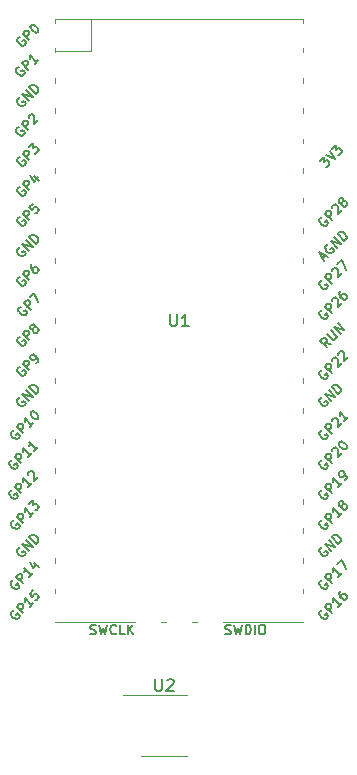
<source format=gbr>
%TF.GenerationSoftware,KiCad,Pcbnew,7.0.9*%
%TF.CreationDate,2023-12-23T19:40:19-06:00*%
%TF.ProjectId,picow_eeprom,7069636f-775f-4656-9570-726f6d2e6b69,rev?*%
%TF.SameCoordinates,Original*%
%TF.FileFunction,Legend,Top*%
%TF.FilePolarity,Positive*%
%FSLAX46Y46*%
G04 Gerber Fmt 4.6, Leading zero omitted, Abs format (unit mm)*
G04 Created by KiCad (PCBNEW 7.0.9) date 2023-12-23 19:40:19*
%MOMM*%
%LPD*%
G01*
G04 APERTURE LIST*
%ADD10C,0.150000*%
%ADD11C,0.120000*%
G04 APERTURE END LIST*
D10*
X40923095Y-75839819D02*
X40923095Y-76649342D01*
X40923095Y-76649342D02*
X40970714Y-76744580D01*
X40970714Y-76744580D02*
X41018333Y-76792200D01*
X41018333Y-76792200D02*
X41113571Y-76839819D01*
X41113571Y-76839819D02*
X41304047Y-76839819D01*
X41304047Y-76839819D02*
X41399285Y-76792200D01*
X41399285Y-76792200D02*
X41446904Y-76744580D01*
X41446904Y-76744580D02*
X41494523Y-76649342D01*
X41494523Y-76649342D02*
X41494523Y-75839819D01*
X41923095Y-75935057D02*
X41970714Y-75887438D01*
X41970714Y-75887438D02*
X42065952Y-75839819D01*
X42065952Y-75839819D02*
X42304047Y-75839819D01*
X42304047Y-75839819D02*
X42399285Y-75887438D01*
X42399285Y-75887438D02*
X42446904Y-75935057D01*
X42446904Y-75935057D02*
X42494523Y-76030295D01*
X42494523Y-76030295D02*
X42494523Y-76125533D01*
X42494523Y-76125533D02*
X42446904Y-76268390D01*
X42446904Y-76268390D02*
X41875476Y-76839819D01*
X41875476Y-76839819D02*
X42494523Y-76839819D01*
X42193095Y-44949819D02*
X42193095Y-45759342D01*
X42193095Y-45759342D02*
X42240714Y-45854580D01*
X42240714Y-45854580D02*
X42288333Y-45902200D01*
X42288333Y-45902200D02*
X42383571Y-45949819D01*
X42383571Y-45949819D02*
X42574047Y-45949819D01*
X42574047Y-45949819D02*
X42669285Y-45902200D01*
X42669285Y-45902200D02*
X42716904Y-45854580D01*
X42716904Y-45854580D02*
X42764523Y-45759342D01*
X42764523Y-45759342D02*
X42764523Y-44949819D01*
X43764523Y-45949819D02*
X43193095Y-45949819D01*
X43478809Y-45949819D02*
X43478809Y-44949819D01*
X43478809Y-44949819D02*
X43383571Y-45092676D01*
X43383571Y-45092676D02*
X43288333Y-45187914D01*
X43288333Y-45187914D02*
X43193095Y-45235533D01*
X55052998Y-42085868D02*
X54972185Y-42112805D01*
X54972185Y-42112805D02*
X54891373Y-42193618D01*
X54891373Y-42193618D02*
X54837498Y-42301367D01*
X54837498Y-42301367D02*
X54837498Y-42409117D01*
X54837498Y-42409117D02*
X54864436Y-42489929D01*
X54864436Y-42489929D02*
X54945248Y-42624616D01*
X54945248Y-42624616D02*
X55026060Y-42705428D01*
X55026060Y-42705428D02*
X55160747Y-42786241D01*
X55160747Y-42786241D02*
X55241560Y-42813178D01*
X55241560Y-42813178D02*
X55349309Y-42813178D01*
X55349309Y-42813178D02*
X55457059Y-42759303D01*
X55457059Y-42759303D02*
X55510934Y-42705428D01*
X55510934Y-42705428D02*
X55564808Y-42597679D01*
X55564808Y-42597679D02*
X55564808Y-42543804D01*
X55564808Y-42543804D02*
X55376247Y-42355242D01*
X55376247Y-42355242D02*
X55268497Y-42462992D01*
X55861120Y-42355242D02*
X55295434Y-41789557D01*
X55295434Y-41789557D02*
X55510934Y-41574057D01*
X55510934Y-41574057D02*
X55591746Y-41547120D01*
X55591746Y-41547120D02*
X55645621Y-41547120D01*
X55645621Y-41547120D02*
X55726433Y-41574057D01*
X55726433Y-41574057D02*
X55807245Y-41654870D01*
X55807245Y-41654870D02*
X55834182Y-41735682D01*
X55834182Y-41735682D02*
X55834182Y-41789557D01*
X55834182Y-41789557D02*
X55807245Y-41870369D01*
X55807245Y-41870369D02*
X55591746Y-42085868D01*
X55888057Y-41304683D02*
X55888057Y-41250809D01*
X55888057Y-41250809D02*
X55914995Y-41169996D01*
X55914995Y-41169996D02*
X56049682Y-41035309D01*
X56049682Y-41035309D02*
X56130494Y-41008372D01*
X56130494Y-41008372D02*
X56184369Y-41008372D01*
X56184369Y-41008372D02*
X56265181Y-41035309D01*
X56265181Y-41035309D02*
X56319056Y-41089184D01*
X56319056Y-41089184D02*
X56372930Y-41196934D01*
X56372930Y-41196934D02*
X56372930Y-41843431D01*
X56372930Y-41843431D02*
X56723117Y-41493245D01*
X56345993Y-40738998D02*
X56723117Y-40361874D01*
X56723117Y-40361874D02*
X57046366Y-41169996D01*
X55793651Y-47438710D02*
X55335716Y-47357898D01*
X55470403Y-47761959D02*
X54904717Y-47196274D01*
X54904717Y-47196274D02*
X55120216Y-46980775D01*
X55120216Y-46980775D02*
X55201029Y-46953837D01*
X55201029Y-46953837D02*
X55254903Y-46953837D01*
X55254903Y-46953837D02*
X55335716Y-46980775D01*
X55335716Y-46980775D02*
X55416528Y-47061587D01*
X55416528Y-47061587D02*
X55443465Y-47142399D01*
X55443465Y-47142399D02*
X55443465Y-47196274D01*
X55443465Y-47196274D02*
X55416528Y-47277086D01*
X55416528Y-47277086D02*
X55201029Y-47492585D01*
X55470403Y-46630588D02*
X55928338Y-47088524D01*
X55928338Y-47088524D02*
X56009151Y-47115462D01*
X56009151Y-47115462D02*
X56063025Y-47115462D01*
X56063025Y-47115462D02*
X56143838Y-47088524D01*
X56143838Y-47088524D02*
X56251587Y-46980775D01*
X56251587Y-46980775D02*
X56278525Y-46899962D01*
X56278525Y-46899962D02*
X56278525Y-46846088D01*
X56278525Y-46846088D02*
X56251587Y-46765275D01*
X56251587Y-46765275D02*
X55793651Y-46307340D01*
X56628711Y-46603651D02*
X56063025Y-46037966D01*
X56063025Y-46037966D02*
X56951959Y-46280402D01*
X56951959Y-46280402D02*
X56386274Y-45714717D01*
X28944998Y-54775868D02*
X28864185Y-54802805D01*
X28864185Y-54802805D02*
X28783373Y-54883618D01*
X28783373Y-54883618D02*
X28729498Y-54991367D01*
X28729498Y-54991367D02*
X28729498Y-55099117D01*
X28729498Y-55099117D02*
X28756436Y-55179929D01*
X28756436Y-55179929D02*
X28837248Y-55314616D01*
X28837248Y-55314616D02*
X28918060Y-55395428D01*
X28918060Y-55395428D02*
X29052747Y-55476241D01*
X29052747Y-55476241D02*
X29133560Y-55503178D01*
X29133560Y-55503178D02*
X29241309Y-55503178D01*
X29241309Y-55503178D02*
X29349059Y-55449303D01*
X29349059Y-55449303D02*
X29402934Y-55395428D01*
X29402934Y-55395428D02*
X29456808Y-55287679D01*
X29456808Y-55287679D02*
X29456808Y-55233804D01*
X29456808Y-55233804D02*
X29268247Y-55045242D01*
X29268247Y-55045242D02*
X29160497Y-55152992D01*
X29753120Y-55045242D02*
X29187434Y-54479557D01*
X29187434Y-54479557D02*
X29402934Y-54264057D01*
X29402934Y-54264057D02*
X29483746Y-54237120D01*
X29483746Y-54237120D02*
X29537621Y-54237120D01*
X29537621Y-54237120D02*
X29618433Y-54264057D01*
X29618433Y-54264057D02*
X29699245Y-54344870D01*
X29699245Y-54344870D02*
X29726182Y-54425682D01*
X29726182Y-54425682D02*
X29726182Y-54479557D01*
X29726182Y-54479557D02*
X29699245Y-54560369D01*
X29699245Y-54560369D02*
X29483746Y-54775868D01*
X30615117Y-54183245D02*
X30291868Y-54506494D01*
X30453492Y-54344870D02*
X29887807Y-53779184D01*
X29887807Y-53779184D02*
X29914744Y-53913871D01*
X29914744Y-53913871D02*
X29914744Y-54021621D01*
X29914744Y-54021621D02*
X29887807Y-54102433D01*
X30399618Y-53267373D02*
X30453492Y-53213499D01*
X30453492Y-53213499D02*
X30534305Y-53186561D01*
X30534305Y-53186561D02*
X30588179Y-53186561D01*
X30588179Y-53186561D02*
X30668992Y-53213499D01*
X30668992Y-53213499D02*
X30803679Y-53294311D01*
X30803679Y-53294311D02*
X30938366Y-53428998D01*
X30938366Y-53428998D02*
X31019178Y-53563685D01*
X31019178Y-53563685D02*
X31046115Y-53644497D01*
X31046115Y-53644497D02*
X31046115Y-53698372D01*
X31046115Y-53698372D02*
X31019178Y-53779184D01*
X31019178Y-53779184D02*
X30965303Y-53833059D01*
X30965303Y-53833059D02*
X30884491Y-53859996D01*
X30884491Y-53859996D02*
X30830616Y-53859996D01*
X30830616Y-53859996D02*
X30749804Y-53833059D01*
X30749804Y-53833059D02*
X30615117Y-53752247D01*
X30615117Y-53752247D02*
X30480430Y-53617560D01*
X30480430Y-53617560D02*
X30399618Y-53482873D01*
X30399618Y-53482873D02*
X30372680Y-53402060D01*
X30372680Y-53402060D02*
X30372680Y-53348186D01*
X30372680Y-53348186D02*
X30399618Y-53267373D01*
X29368372Y-24016494D02*
X29287560Y-24043431D01*
X29287560Y-24043431D02*
X29206748Y-24124243D01*
X29206748Y-24124243D02*
X29152873Y-24231993D01*
X29152873Y-24231993D02*
X29152873Y-24339742D01*
X29152873Y-24339742D02*
X29179810Y-24420555D01*
X29179810Y-24420555D02*
X29260623Y-24555242D01*
X29260623Y-24555242D02*
X29341435Y-24636054D01*
X29341435Y-24636054D02*
X29476122Y-24716866D01*
X29476122Y-24716866D02*
X29556934Y-24743803D01*
X29556934Y-24743803D02*
X29664684Y-24743803D01*
X29664684Y-24743803D02*
X29772433Y-24689929D01*
X29772433Y-24689929D02*
X29826308Y-24636054D01*
X29826308Y-24636054D02*
X29880183Y-24528304D01*
X29880183Y-24528304D02*
X29880183Y-24474429D01*
X29880183Y-24474429D02*
X29691621Y-24285868D01*
X29691621Y-24285868D02*
X29583871Y-24393617D01*
X30176494Y-24285868D02*
X29610809Y-23720182D01*
X29610809Y-23720182D02*
X29826308Y-23504683D01*
X29826308Y-23504683D02*
X29907120Y-23477746D01*
X29907120Y-23477746D02*
X29960995Y-23477746D01*
X29960995Y-23477746D02*
X30041807Y-23504683D01*
X30041807Y-23504683D02*
X30122619Y-23585495D01*
X30122619Y-23585495D02*
X30149557Y-23666307D01*
X30149557Y-23666307D02*
X30149557Y-23720182D01*
X30149557Y-23720182D02*
X30122619Y-23800994D01*
X30122619Y-23800994D02*
X29907120Y-24016494D01*
X31038491Y-23423871D02*
X30715242Y-23747120D01*
X30876867Y-23585495D02*
X30311181Y-23019810D01*
X30311181Y-23019810D02*
X30338119Y-23154497D01*
X30338119Y-23154497D02*
X30338119Y-23262246D01*
X30338119Y-23262246D02*
X30311181Y-23343059D01*
X28798998Y-59855868D02*
X28718185Y-59882805D01*
X28718185Y-59882805D02*
X28637373Y-59963618D01*
X28637373Y-59963618D02*
X28583498Y-60071367D01*
X28583498Y-60071367D02*
X28583498Y-60179117D01*
X28583498Y-60179117D02*
X28610436Y-60259929D01*
X28610436Y-60259929D02*
X28691248Y-60394616D01*
X28691248Y-60394616D02*
X28772060Y-60475428D01*
X28772060Y-60475428D02*
X28906747Y-60556241D01*
X28906747Y-60556241D02*
X28987560Y-60583178D01*
X28987560Y-60583178D02*
X29095309Y-60583178D01*
X29095309Y-60583178D02*
X29203059Y-60529303D01*
X29203059Y-60529303D02*
X29256934Y-60475428D01*
X29256934Y-60475428D02*
X29310808Y-60367679D01*
X29310808Y-60367679D02*
X29310808Y-60313804D01*
X29310808Y-60313804D02*
X29122247Y-60125242D01*
X29122247Y-60125242D02*
X29014497Y-60232992D01*
X29607120Y-60125242D02*
X29041434Y-59559557D01*
X29041434Y-59559557D02*
X29256934Y-59344057D01*
X29256934Y-59344057D02*
X29337746Y-59317120D01*
X29337746Y-59317120D02*
X29391621Y-59317120D01*
X29391621Y-59317120D02*
X29472433Y-59344057D01*
X29472433Y-59344057D02*
X29553245Y-59424870D01*
X29553245Y-59424870D02*
X29580182Y-59505682D01*
X29580182Y-59505682D02*
X29580182Y-59559557D01*
X29580182Y-59559557D02*
X29553245Y-59640369D01*
X29553245Y-59640369D02*
X29337746Y-59855868D01*
X30469117Y-59263245D02*
X30145868Y-59586494D01*
X30307492Y-59424870D02*
X29741807Y-58859184D01*
X29741807Y-58859184D02*
X29768744Y-58993871D01*
X29768744Y-58993871D02*
X29768744Y-59101621D01*
X29768744Y-59101621D02*
X29741807Y-59182433D01*
X30172805Y-58535935D02*
X30172805Y-58482060D01*
X30172805Y-58482060D02*
X30199743Y-58401248D01*
X30199743Y-58401248D02*
X30334430Y-58266561D01*
X30334430Y-58266561D02*
X30415242Y-58239624D01*
X30415242Y-58239624D02*
X30469117Y-58239624D01*
X30469117Y-58239624D02*
X30549929Y-58266561D01*
X30549929Y-58266561D02*
X30603804Y-58320436D01*
X30603804Y-58320436D02*
X30657679Y-58428186D01*
X30657679Y-58428186D02*
X30657679Y-59074683D01*
X30657679Y-59074683D02*
X31007865Y-58724497D01*
X28898998Y-67475868D02*
X28818185Y-67502805D01*
X28818185Y-67502805D02*
X28737373Y-67583618D01*
X28737373Y-67583618D02*
X28683498Y-67691367D01*
X28683498Y-67691367D02*
X28683498Y-67799117D01*
X28683498Y-67799117D02*
X28710436Y-67879929D01*
X28710436Y-67879929D02*
X28791248Y-68014616D01*
X28791248Y-68014616D02*
X28872060Y-68095428D01*
X28872060Y-68095428D02*
X29006747Y-68176241D01*
X29006747Y-68176241D02*
X29087560Y-68203178D01*
X29087560Y-68203178D02*
X29195309Y-68203178D01*
X29195309Y-68203178D02*
X29303059Y-68149303D01*
X29303059Y-68149303D02*
X29356934Y-68095428D01*
X29356934Y-68095428D02*
X29410808Y-67987679D01*
X29410808Y-67987679D02*
X29410808Y-67933804D01*
X29410808Y-67933804D02*
X29222247Y-67745242D01*
X29222247Y-67745242D02*
X29114497Y-67852992D01*
X29707120Y-67745242D02*
X29141434Y-67179557D01*
X29141434Y-67179557D02*
X29356934Y-66964057D01*
X29356934Y-66964057D02*
X29437746Y-66937120D01*
X29437746Y-66937120D02*
X29491621Y-66937120D01*
X29491621Y-66937120D02*
X29572433Y-66964057D01*
X29572433Y-66964057D02*
X29653245Y-67044870D01*
X29653245Y-67044870D02*
X29680182Y-67125682D01*
X29680182Y-67125682D02*
X29680182Y-67179557D01*
X29680182Y-67179557D02*
X29653245Y-67260369D01*
X29653245Y-67260369D02*
X29437746Y-67475868D01*
X30569117Y-66883245D02*
X30245868Y-67206494D01*
X30407492Y-67044870D02*
X29841807Y-66479184D01*
X29841807Y-66479184D02*
X29868744Y-66613871D01*
X29868744Y-66613871D02*
X29868744Y-66721621D01*
X29868744Y-66721621D02*
X29841807Y-66802433D01*
X30676866Y-66021248D02*
X31053990Y-66398372D01*
X30326680Y-65940436D02*
X30596054Y-66479184D01*
X30596054Y-66479184D02*
X30946240Y-66128998D01*
X29441435Y-51993431D02*
X29360623Y-52020368D01*
X29360623Y-52020368D02*
X29279811Y-52101180D01*
X29279811Y-52101180D02*
X29225936Y-52208930D01*
X29225936Y-52208930D02*
X29225936Y-52316680D01*
X29225936Y-52316680D02*
X29252873Y-52397492D01*
X29252873Y-52397492D02*
X29333685Y-52532179D01*
X29333685Y-52532179D02*
X29414498Y-52612991D01*
X29414498Y-52612991D02*
X29549185Y-52693803D01*
X29549185Y-52693803D02*
X29629997Y-52720741D01*
X29629997Y-52720741D02*
X29737746Y-52720741D01*
X29737746Y-52720741D02*
X29845496Y-52666866D01*
X29845496Y-52666866D02*
X29899371Y-52612991D01*
X29899371Y-52612991D02*
X29953246Y-52505241D01*
X29953246Y-52505241D02*
X29953246Y-52451367D01*
X29953246Y-52451367D02*
X29764684Y-52262805D01*
X29764684Y-52262805D02*
X29656934Y-52370554D01*
X30249557Y-52262805D02*
X29683872Y-51697119D01*
X29683872Y-51697119D02*
X30572806Y-51939556D01*
X30572806Y-51939556D02*
X30007120Y-51373871D01*
X30842180Y-51670182D02*
X30276494Y-51104497D01*
X30276494Y-51104497D02*
X30411181Y-50969810D01*
X30411181Y-50969810D02*
X30518931Y-50915935D01*
X30518931Y-50915935D02*
X30626680Y-50915935D01*
X30626680Y-50915935D02*
X30707493Y-50942872D01*
X30707493Y-50942872D02*
X30842180Y-51023685D01*
X30842180Y-51023685D02*
X30922992Y-51104497D01*
X30922992Y-51104497D02*
X31003804Y-51239184D01*
X31003804Y-51239184D02*
X31030741Y-51319996D01*
X31030741Y-51319996D02*
X31030741Y-51427746D01*
X31030741Y-51427746D02*
X30976867Y-51535495D01*
X30976867Y-51535495D02*
X30842180Y-51670182D01*
X55052998Y-49695868D02*
X54972185Y-49722805D01*
X54972185Y-49722805D02*
X54891373Y-49803618D01*
X54891373Y-49803618D02*
X54837498Y-49911367D01*
X54837498Y-49911367D02*
X54837498Y-50019117D01*
X54837498Y-50019117D02*
X54864436Y-50099929D01*
X54864436Y-50099929D02*
X54945248Y-50234616D01*
X54945248Y-50234616D02*
X55026060Y-50315428D01*
X55026060Y-50315428D02*
X55160747Y-50396241D01*
X55160747Y-50396241D02*
X55241560Y-50423178D01*
X55241560Y-50423178D02*
X55349309Y-50423178D01*
X55349309Y-50423178D02*
X55457059Y-50369303D01*
X55457059Y-50369303D02*
X55510934Y-50315428D01*
X55510934Y-50315428D02*
X55564808Y-50207679D01*
X55564808Y-50207679D02*
X55564808Y-50153804D01*
X55564808Y-50153804D02*
X55376247Y-49965242D01*
X55376247Y-49965242D02*
X55268497Y-50072992D01*
X55861120Y-49965242D02*
X55295434Y-49399557D01*
X55295434Y-49399557D02*
X55510934Y-49184057D01*
X55510934Y-49184057D02*
X55591746Y-49157120D01*
X55591746Y-49157120D02*
X55645621Y-49157120D01*
X55645621Y-49157120D02*
X55726433Y-49184057D01*
X55726433Y-49184057D02*
X55807245Y-49264870D01*
X55807245Y-49264870D02*
X55834182Y-49345682D01*
X55834182Y-49345682D02*
X55834182Y-49399557D01*
X55834182Y-49399557D02*
X55807245Y-49480369D01*
X55807245Y-49480369D02*
X55591746Y-49695868D01*
X55888057Y-48914683D02*
X55888057Y-48860809D01*
X55888057Y-48860809D02*
X55914995Y-48779996D01*
X55914995Y-48779996D02*
X56049682Y-48645309D01*
X56049682Y-48645309D02*
X56130494Y-48618372D01*
X56130494Y-48618372D02*
X56184369Y-48618372D01*
X56184369Y-48618372D02*
X56265181Y-48645309D01*
X56265181Y-48645309D02*
X56319056Y-48699184D01*
X56319056Y-48699184D02*
X56372930Y-48806934D01*
X56372930Y-48806934D02*
X56372930Y-49453431D01*
X56372930Y-49453431D02*
X56723117Y-49103245D01*
X56426805Y-48375935D02*
X56426805Y-48322060D01*
X56426805Y-48322060D02*
X56453743Y-48241248D01*
X56453743Y-48241248D02*
X56588430Y-48106561D01*
X56588430Y-48106561D02*
X56669242Y-48079624D01*
X56669242Y-48079624D02*
X56723117Y-48079624D01*
X56723117Y-48079624D02*
X56803929Y-48106561D01*
X56803929Y-48106561D02*
X56857804Y-48160436D01*
X56857804Y-48160436D02*
X56911679Y-48268186D01*
X56911679Y-48268186D02*
X56911679Y-48914683D01*
X56911679Y-48914683D02*
X57261865Y-48564497D01*
X55052998Y-54785868D02*
X54972185Y-54812805D01*
X54972185Y-54812805D02*
X54891373Y-54893618D01*
X54891373Y-54893618D02*
X54837498Y-55001367D01*
X54837498Y-55001367D02*
X54837498Y-55109117D01*
X54837498Y-55109117D02*
X54864436Y-55189929D01*
X54864436Y-55189929D02*
X54945248Y-55324616D01*
X54945248Y-55324616D02*
X55026060Y-55405428D01*
X55026060Y-55405428D02*
X55160747Y-55486241D01*
X55160747Y-55486241D02*
X55241560Y-55513178D01*
X55241560Y-55513178D02*
X55349309Y-55513178D01*
X55349309Y-55513178D02*
X55457059Y-55459303D01*
X55457059Y-55459303D02*
X55510934Y-55405428D01*
X55510934Y-55405428D02*
X55564808Y-55297679D01*
X55564808Y-55297679D02*
X55564808Y-55243804D01*
X55564808Y-55243804D02*
X55376247Y-55055242D01*
X55376247Y-55055242D02*
X55268497Y-55162992D01*
X55861120Y-55055242D02*
X55295434Y-54489557D01*
X55295434Y-54489557D02*
X55510934Y-54274057D01*
X55510934Y-54274057D02*
X55591746Y-54247120D01*
X55591746Y-54247120D02*
X55645621Y-54247120D01*
X55645621Y-54247120D02*
X55726433Y-54274057D01*
X55726433Y-54274057D02*
X55807245Y-54354870D01*
X55807245Y-54354870D02*
X55834182Y-54435682D01*
X55834182Y-54435682D02*
X55834182Y-54489557D01*
X55834182Y-54489557D02*
X55807245Y-54570369D01*
X55807245Y-54570369D02*
X55591746Y-54785868D01*
X55888057Y-54004683D02*
X55888057Y-53950809D01*
X55888057Y-53950809D02*
X55914995Y-53869996D01*
X55914995Y-53869996D02*
X56049682Y-53735309D01*
X56049682Y-53735309D02*
X56130494Y-53708372D01*
X56130494Y-53708372D02*
X56184369Y-53708372D01*
X56184369Y-53708372D02*
X56265181Y-53735309D01*
X56265181Y-53735309D02*
X56319056Y-53789184D01*
X56319056Y-53789184D02*
X56372930Y-53896934D01*
X56372930Y-53896934D02*
X56372930Y-54543431D01*
X56372930Y-54543431D02*
X56723117Y-54193245D01*
X57261865Y-53654497D02*
X56938616Y-53977746D01*
X57100240Y-53816121D02*
X56534555Y-53250436D01*
X56534555Y-53250436D02*
X56561492Y-53385123D01*
X56561492Y-53385123D02*
X56561492Y-53492873D01*
X56561492Y-53492873D02*
X56534555Y-53573685D01*
X29468372Y-41806494D02*
X29387560Y-41833431D01*
X29387560Y-41833431D02*
X29306748Y-41914243D01*
X29306748Y-41914243D02*
X29252873Y-42021993D01*
X29252873Y-42021993D02*
X29252873Y-42129742D01*
X29252873Y-42129742D02*
X29279810Y-42210555D01*
X29279810Y-42210555D02*
X29360623Y-42345242D01*
X29360623Y-42345242D02*
X29441435Y-42426054D01*
X29441435Y-42426054D02*
X29576122Y-42506866D01*
X29576122Y-42506866D02*
X29656934Y-42533803D01*
X29656934Y-42533803D02*
X29764684Y-42533803D01*
X29764684Y-42533803D02*
X29872433Y-42479929D01*
X29872433Y-42479929D02*
X29926308Y-42426054D01*
X29926308Y-42426054D02*
X29980183Y-42318304D01*
X29980183Y-42318304D02*
X29980183Y-42264429D01*
X29980183Y-42264429D02*
X29791621Y-42075868D01*
X29791621Y-42075868D02*
X29683871Y-42183617D01*
X30276494Y-42075868D02*
X29710809Y-41510182D01*
X29710809Y-41510182D02*
X29926308Y-41294683D01*
X29926308Y-41294683D02*
X30007120Y-41267746D01*
X30007120Y-41267746D02*
X30060995Y-41267746D01*
X30060995Y-41267746D02*
X30141807Y-41294683D01*
X30141807Y-41294683D02*
X30222619Y-41375495D01*
X30222619Y-41375495D02*
X30249557Y-41456307D01*
X30249557Y-41456307D02*
X30249557Y-41510182D01*
X30249557Y-41510182D02*
X30222619Y-41590994D01*
X30222619Y-41590994D02*
X30007120Y-41806494D01*
X30518931Y-40702060D02*
X30411181Y-40809810D01*
X30411181Y-40809810D02*
X30384244Y-40890622D01*
X30384244Y-40890622D02*
X30384244Y-40944497D01*
X30384244Y-40944497D02*
X30411181Y-41079184D01*
X30411181Y-41079184D02*
X30491993Y-41213871D01*
X30491993Y-41213871D02*
X30707493Y-41429370D01*
X30707493Y-41429370D02*
X30788305Y-41456307D01*
X30788305Y-41456307D02*
X30842180Y-41456307D01*
X30842180Y-41456307D02*
X30922992Y-41429370D01*
X30922992Y-41429370D02*
X31030741Y-41321620D01*
X31030741Y-41321620D02*
X31057679Y-41240808D01*
X31057679Y-41240808D02*
X31057679Y-41186933D01*
X31057679Y-41186933D02*
X31030741Y-41106121D01*
X31030741Y-41106121D02*
X30896054Y-40971434D01*
X30896054Y-40971434D02*
X30815242Y-40944497D01*
X30815242Y-40944497D02*
X30761367Y-40944497D01*
X30761367Y-40944497D02*
X30680555Y-40971434D01*
X30680555Y-40971434D02*
X30572806Y-41079184D01*
X30572806Y-41079184D02*
X30545868Y-41159996D01*
X30545868Y-41159996D02*
X30545868Y-41213871D01*
X30545868Y-41213871D02*
X30572806Y-41294683D01*
X55052998Y-62395868D02*
X54972185Y-62422805D01*
X54972185Y-62422805D02*
X54891373Y-62503618D01*
X54891373Y-62503618D02*
X54837498Y-62611367D01*
X54837498Y-62611367D02*
X54837498Y-62719117D01*
X54837498Y-62719117D02*
X54864436Y-62799929D01*
X54864436Y-62799929D02*
X54945248Y-62934616D01*
X54945248Y-62934616D02*
X55026060Y-63015428D01*
X55026060Y-63015428D02*
X55160747Y-63096241D01*
X55160747Y-63096241D02*
X55241560Y-63123178D01*
X55241560Y-63123178D02*
X55349309Y-63123178D01*
X55349309Y-63123178D02*
X55457059Y-63069303D01*
X55457059Y-63069303D02*
X55510934Y-63015428D01*
X55510934Y-63015428D02*
X55564808Y-62907679D01*
X55564808Y-62907679D02*
X55564808Y-62853804D01*
X55564808Y-62853804D02*
X55376247Y-62665242D01*
X55376247Y-62665242D02*
X55268497Y-62772992D01*
X55861120Y-62665242D02*
X55295434Y-62099557D01*
X55295434Y-62099557D02*
X55510934Y-61884057D01*
X55510934Y-61884057D02*
X55591746Y-61857120D01*
X55591746Y-61857120D02*
X55645621Y-61857120D01*
X55645621Y-61857120D02*
X55726433Y-61884057D01*
X55726433Y-61884057D02*
X55807245Y-61964870D01*
X55807245Y-61964870D02*
X55834182Y-62045682D01*
X55834182Y-62045682D02*
X55834182Y-62099557D01*
X55834182Y-62099557D02*
X55807245Y-62180369D01*
X55807245Y-62180369D02*
X55591746Y-62395868D01*
X56723117Y-61803245D02*
X56399868Y-62126494D01*
X56561492Y-61964870D02*
X55995807Y-61399184D01*
X55995807Y-61399184D02*
X56022744Y-61533871D01*
X56022744Y-61533871D02*
X56022744Y-61641621D01*
X56022744Y-61641621D02*
X55995807Y-61722433D01*
X56723117Y-61156747D02*
X56642305Y-61183685D01*
X56642305Y-61183685D02*
X56588430Y-61183685D01*
X56588430Y-61183685D02*
X56507618Y-61156747D01*
X56507618Y-61156747D02*
X56480680Y-61129810D01*
X56480680Y-61129810D02*
X56453743Y-61048998D01*
X56453743Y-61048998D02*
X56453743Y-60995123D01*
X56453743Y-60995123D02*
X56480680Y-60914311D01*
X56480680Y-60914311D02*
X56588430Y-60806561D01*
X56588430Y-60806561D02*
X56669242Y-60779624D01*
X56669242Y-60779624D02*
X56723117Y-60779624D01*
X56723117Y-60779624D02*
X56803929Y-60806561D01*
X56803929Y-60806561D02*
X56830866Y-60833499D01*
X56830866Y-60833499D02*
X56857804Y-60914311D01*
X56857804Y-60914311D02*
X56857804Y-60968186D01*
X56857804Y-60968186D02*
X56830866Y-61048998D01*
X56830866Y-61048998D02*
X56723117Y-61156747D01*
X56723117Y-61156747D02*
X56696179Y-61237560D01*
X56696179Y-61237560D02*
X56696179Y-61291434D01*
X56696179Y-61291434D02*
X56723117Y-61372247D01*
X56723117Y-61372247D02*
X56830866Y-61479996D01*
X56830866Y-61479996D02*
X56911679Y-61506934D01*
X56911679Y-61506934D02*
X56965553Y-61506934D01*
X56965553Y-61506934D02*
X57046366Y-61479996D01*
X57046366Y-61479996D02*
X57154115Y-61372247D01*
X57154115Y-61372247D02*
X57181053Y-61291434D01*
X57181053Y-61291434D02*
X57181053Y-61237560D01*
X57181053Y-61237560D02*
X57154115Y-61156747D01*
X57154115Y-61156747D02*
X57046366Y-61048998D01*
X57046366Y-61048998D02*
X56965553Y-61022060D01*
X56965553Y-61022060D02*
X56911679Y-61022060D01*
X56911679Y-61022060D02*
X56830866Y-61048998D01*
X29368372Y-29106494D02*
X29287560Y-29133431D01*
X29287560Y-29133431D02*
X29206748Y-29214243D01*
X29206748Y-29214243D02*
X29152873Y-29321993D01*
X29152873Y-29321993D02*
X29152873Y-29429742D01*
X29152873Y-29429742D02*
X29179810Y-29510555D01*
X29179810Y-29510555D02*
X29260623Y-29645242D01*
X29260623Y-29645242D02*
X29341435Y-29726054D01*
X29341435Y-29726054D02*
X29476122Y-29806866D01*
X29476122Y-29806866D02*
X29556934Y-29833803D01*
X29556934Y-29833803D02*
X29664684Y-29833803D01*
X29664684Y-29833803D02*
X29772433Y-29779929D01*
X29772433Y-29779929D02*
X29826308Y-29726054D01*
X29826308Y-29726054D02*
X29880183Y-29618304D01*
X29880183Y-29618304D02*
X29880183Y-29564429D01*
X29880183Y-29564429D02*
X29691621Y-29375868D01*
X29691621Y-29375868D02*
X29583871Y-29483617D01*
X30176494Y-29375868D02*
X29610809Y-28810182D01*
X29610809Y-28810182D02*
X29826308Y-28594683D01*
X29826308Y-28594683D02*
X29907120Y-28567746D01*
X29907120Y-28567746D02*
X29960995Y-28567746D01*
X29960995Y-28567746D02*
X30041807Y-28594683D01*
X30041807Y-28594683D02*
X30122619Y-28675495D01*
X30122619Y-28675495D02*
X30149557Y-28756307D01*
X30149557Y-28756307D02*
X30149557Y-28810182D01*
X30149557Y-28810182D02*
X30122619Y-28890994D01*
X30122619Y-28890994D02*
X29907120Y-29106494D01*
X30203432Y-28325309D02*
X30203432Y-28271434D01*
X30203432Y-28271434D02*
X30230369Y-28190622D01*
X30230369Y-28190622D02*
X30365056Y-28055935D01*
X30365056Y-28055935D02*
X30445868Y-28028998D01*
X30445868Y-28028998D02*
X30499743Y-28028998D01*
X30499743Y-28028998D02*
X30580555Y-28055935D01*
X30580555Y-28055935D02*
X30634430Y-28109810D01*
X30634430Y-28109810D02*
X30688305Y-28217559D01*
X30688305Y-28217559D02*
X30688305Y-28864057D01*
X30688305Y-28864057D02*
X31038491Y-28513871D01*
X55052998Y-59855868D02*
X54972185Y-59882805D01*
X54972185Y-59882805D02*
X54891373Y-59963618D01*
X54891373Y-59963618D02*
X54837498Y-60071367D01*
X54837498Y-60071367D02*
X54837498Y-60179117D01*
X54837498Y-60179117D02*
X54864436Y-60259929D01*
X54864436Y-60259929D02*
X54945248Y-60394616D01*
X54945248Y-60394616D02*
X55026060Y-60475428D01*
X55026060Y-60475428D02*
X55160747Y-60556241D01*
X55160747Y-60556241D02*
X55241560Y-60583178D01*
X55241560Y-60583178D02*
X55349309Y-60583178D01*
X55349309Y-60583178D02*
X55457059Y-60529303D01*
X55457059Y-60529303D02*
X55510934Y-60475428D01*
X55510934Y-60475428D02*
X55564808Y-60367679D01*
X55564808Y-60367679D02*
X55564808Y-60313804D01*
X55564808Y-60313804D02*
X55376247Y-60125242D01*
X55376247Y-60125242D02*
X55268497Y-60232992D01*
X55861120Y-60125242D02*
X55295434Y-59559557D01*
X55295434Y-59559557D02*
X55510934Y-59344057D01*
X55510934Y-59344057D02*
X55591746Y-59317120D01*
X55591746Y-59317120D02*
X55645621Y-59317120D01*
X55645621Y-59317120D02*
X55726433Y-59344057D01*
X55726433Y-59344057D02*
X55807245Y-59424870D01*
X55807245Y-59424870D02*
X55834182Y-59505682D01*
X55834182Y-59505682D02*
X55834182Y-59559557D01*
X55834182Y-59559557D02*
X55807245Y-59640369D01*
X55807245Y-59640369D02*
X55591746Y-59855868D01*
X56723117Y-59263245D02*
X56399868Y-59586494D01*
X56561492Y-59424870D02*
X55995807Y-58859184D01*
X55995807Y-58859184D02*
X56022744Y-58993871D01*
X56022744Y-58993871D02*
X56022744Y-59101621D01*
X56022744Y-59101621D02*
X55995807Y-59182433D01*
X56992491Y-58993871D02*
X57100240Y-58886121D01*
X57100240Y-58886121D02*
X57127178Y-58805309D01*
X57127178Y-58805309D02*
X57127178Y-58751434D01*
X57127178Y-58751434D02*
X57100240Y-58616747D01*
X57100240Y-58616747D02*
X57019428Y-58482060D01*
X57019428Y-58482060D02*
X56803929Y-58266561D01*
X56803929Y-58266561D02*
X56723117Y-58239624D01*
X56723117Y-58239624D02*
X56669242Y-58239624D01*
X56669242Y-58239624D02*
X56588430Y-58266561D01*
X56588430Y-58266561D02*
X56480680Y-58374311D01*
X56480680Y-58374311D02*
X56453743Y-58455123D01*
X56453743Y-58455123D02*
X56453743Y-58508998D01*
X56453743Y-58508998D02*
X56480680Y-58589810D01*
X56480680Y-58589810D02*
X56615367Y-58724497D01*
X56615367Y-58724497D02*
X56696179Y-58751434D01*
X56696179Y-58751434D02*
X56750054Y-58751434D01*
X56750054Y-58751434D02*
X56830866Y-58724497D01*
X56830866Y-58724497D02*
X56938616Y-58616747D01*
X56938616Y-58616747D02*
X56965553Y-58535935D01*
X56965553Y-58535935D02*
X56965553Y-58482060D01*
X56965553Y-58482060D02*
X56938616Y-58401248D01*
X55052998Y-57315868D02*
X54972185Y-57342805D01*
X54972185Y-57342805D02*
X54891373Y-57423618D01*
X54891373Y-57423618D02*
X54837498Y-57531367D01*
X54837498Y-57531367D02*
X54837498Y-57639117D01*
X54837498Y-57639117D02*
X54864436Y-57719929D01*
X54864436Y-57719929D02*
X54945248Y-57854616D01*
X54945248Y-57854616D02*
X55026060Y-57935428D01*
X55026060Y-57935428D02*
X55160747Y-58016241D01*
X55160747Y-58016241D02*
X55241560Y-58043178D01*
X55241560Y-58043178D02*
X55349309Y-58043178D01*
X55349309Y-58043178D02*
X55457059Y-57989303D01*
X55457059Y-57989303D02*
X55510934Y-57935428D01*
X55510934Y-57935428D02*
X55564808Y-57827679D01*
X55564808Y-57827679D02*
X55564808Y-57773804D01*
X55564808Y-57773804D02*
X55376247Y-57585242D01*
X55376247Y-57585242D02*
X55268497Y-57692992D01*
X55861120Y-57585242D02*
X55295434Y-57019557D01*
X55295434Y-57019557D02*
X55510934Y-56804057D01*
X55510934Y-56804057D02*
X55591746Y-56777120D01*
X55591746Y-56777120D02*
X55645621Y-56777120D01*
X55645621Y-56777120D02*
X55726433Y-56804057D01*
X55726433Y-56804057D02*
X55807245Y-56884870D01*
X55807245Y-56884870D02*
X55834182Y-56965682D01*
X55834182Y-56965682D02*
X55834182Y-57019557D01*
X55834182Y-57019557D02*
X55807245Y-57100369D01*
X55807245Y-57100369D02*
X55591746Y-57315868D01*
X55888057Y-56534683D02*
X55888057Y-56480809D01*
X55888057Y-56480809D02*
X55914995Y-56399996D01*
X55914995Y-56399996D02*
X56049682Y-56265309D01*
X56049682Y-56265309D02*
X56130494Y-56238372D01*
X56130494Y-56238372D02*
X56184369Y-56238372D01*
X56184369Y-56238372D02*
X56265181Y-56265309D01*
X56265181Y-56265309D02*
X56319056Y-56319184D01*
X56319056Y-56319184D02*
X56372930Y-56426934D01*
X56372930Y-56426934D02*
X56372930Y-57073431D01*
X56372930Y-57073431D02*
X56723117Y-56723245D01*
X56507618Y-55807373D02*
X56561492Y-55753499D01*
X56561492Y-55753499D02*
X56642305Y-55726561D01*
X56642305Y-55726561D02*
X56696179Y-55726561D01*
X56696179Y-55726561D02*
X56776992Y-55753499D01*
X56776992Y-55753499D02*
X56911679Y-55834311D01*
X56911679Y-55834311D02*
X57046366Y-55968998D01*
X57046366Y-55968998D02*
X57127178Y-56103685D01*
X57127178Y-56103685D02*
X57154115Y-56184497D01*
X57154115Y-56184497D02*
X57154115Y-56238372D01*
X57154115Y-56238372D02*
X57127178Y-56319184D01*
X57127178Y-56319184D02*
X57073303Y-56373059D01*
X57073303Y-56373059D02*
X56992491Y-56399996D01*
X56992491Y-56399996D02*
X56938616Y-56399996D01*
X56938616Y-56399996D02*
X56857804Y-56373059D01*
X56857804Y-56373059D02*
X56723117Y-56292247D01*
X56723117Y-56292247D02*
X56588430Y-56157560D01*
X56588430Y-56157560D02*
X56507618Y-56022873D01*
X56507618Y-56022873D02*
X56480680Y-55942060D01*
X56480680Y-55942060D02*
X56480680Y-55888186D01*
X56480680Y-55888186D02*
X56507618Y-55807373D01*
X29441435Y-26593431D02*
X29360623Y-26620368D01*
X29360623Y-26620368D02*
X29279811Y-26701180D01*
X29279811Y-26701180D02*
X29225936Y-26808930D01*
X29225936Y-26808930D02*
X29225936Y-26916680D01*
X29225936Y-26916680D02*
X29252873Y-26997492D01*
X29252873Y-26997492D02*
X29333685Y-27132179D01*
X29333685Y-27132179D02*
X29414498Y-27212991D01*
X29414498Y-27212991D02*
X29549185Y-27293803D01*
X29549185Y-27293803D02*
X29629997Y-27320741D01*
X29629997Y-27320741D02*
X29737746Y-27320741D01*
X29737746Y-27320741D02*
X29845496Y-27266866D01*
X29845496Y-27266866D02*
X29899371Y-27212991D01*
X29899371Y-27212991D02*
X29953246Y-27105241D01*
X29953246Y-27105241D02*
X29953246Y-27051367D01*
X29953246Y-27051367D02*
X29764684Y-26862805D01*
X29764684Y-26862805D02*
X29656934Y-26970554D01*
X30249557Y-26862805D02*
X29683872Y-26297119D01*
X29683872Y-26297119D02*
X30572806Y-26539556D01*
X30572806Y-26539556D02*
X30007120Y-25973871D01*
X30842180Y-26270182D02*
X30276494Y-25704497D01*
X30276494Y-25704497D02*
X30411181Y-25569810D01*
X30411181Y-25569810D02*
X30518931Y-25515935D01*
X30518931Y-25515935D02*
X30626680Y-25515935D01*
X30626680Y-25515935D02*
X30707493Y-25542872D01*
X30707493Y-25542872D02*
X30842180Y-25623685D01*
X30842180Y-25623685D02*
X30922992Y-25704497D01*
X30922992Y-25704497D02*
X31003804Y-25839184D01*
X31003804Y-25839184D02*
X31030741Y-25919996D01*
X31030741Y-25919996D02*
X31030741Y-26027746D01*
X31030741Y-26027746D02*
X30976867Y-26135495D01*
X30976867Y-26135495D02*
X30842180Y-26270182D01*
X29441435Y-64693431D02*
X29360623Y-64720368D01*
X29360623Y-64720368D02*
X29279811Y-64801180D01*
X29279811Y-64801180D02*
X29225936Y-64908930D01*
X29225936Y-64908930D02*
X29225936Y-65016680D01*
X29225936Y-65016680D02*
X29252873Y-65097492D01*
X29252873Y-65097492D02*
X29333685Y-65232179D01*
X29333685Y-65232179D02*
X29414498Y-65312991D01*
X29414498Y-65312991D02*
X29549185Y-65393803D01*
X29549185Y-65393803D02*
X29629997Y-65420741D01*
X29629997Y-65420741D02*
X29737746Y-65420741D01*
X29737746Y-65420741D02*
X29845496Y-65366866D01*
X29845496Y-65366866D02*
X29899371Y-65312991D01*
X29899371Y-65312991D02*
X29953246Y-65205241D01*
X29953246Y-65205241D02*
X29953246Y-65151367D01*
X29953246Y-65151367D02*
X29764684Y-64962805D01*
X29764684Y-64962805D02*
X29656934Y-65070554D01*
X30249557Y-64962805D02*
X29683872Y-64397119D01*
X29683872Y-64397119D02*
X30572806Y-64639556D01*
X30572806Y-64639556D02*
X30007120Y-64073871D01*
X30842180Y-64370182D02*
X30276494Y-63804497D01*
X30276494Y-63804497D02*
X30411181Y-63669810D01*
X30411181Y-63669810D02*
X30518931Y-63615935D01*
X30518931Y-63615935D02*
X30626680Y-63615935D01*
X30626680Y-63615935D02*
X30707493Y-63642872D01*
X30707493Y-63642872D02*
X30842180Y-63723685D01*
X30842180Y-63723685D02*
X30922992Y-63804497D01*
X30922992Y-63804497D02*
X31003804Y-63939184D01*
X31003804Y-63939184D02*
X31030741Y-64019996D01*
X31030741Y-64019996D02*
X31030741Y-64127746D01*
X31030741Y-64127746D02*
X30976867Y-64235495D01*
X30976867Y-64235495D02*
X30842180Y-64370182D01*
X29468372Y-31646494D02*
X29387560Y-31673431D01*
X29387560Y-31673431D02*
X29306748Y-31754243D01*
X29306748Y-31754243D02*
X29252873Y-31861993D01*
X29252873Y-31861993D02*
X29252873Y-31969742D01*
X29252873Y-31969742D02*
X29279810Y-32050555D01*
X29279810Y-32050555D02*
X29360623Y-32185242D01*
X29360623Y-32185242D02*
X29441435Y-32266054D01*
X29441435Y-32266054D02*
X29576122Y-32346866D01*
X29576122Y-32346866D02*
X29656934Y-32373803D01*
X29656934Y-32373803D02*
X29764684Y-32373803D01*
X29764684Y-32373803D02*
X29872433Y-32319929D01*
X29872433Y-32319929D02*
X29926308Y-32266054D01*
X29926308Y-32266054D02*
X29980183Y-32158304D01*
X29980183Y-32158304D02*
X29980183Y-32104429D01*
X29980183Y-32104429D02*
X29791621Y-31915868D01*
X29791621Y-31915868D02*
X29683871Y-32023617D01*
X30276494Y-31915868D02*
X29710809Y-31350182D01*
X29710809Y-31350182D02*
X29926308Y-31134683D01*
X29926308Y-31134683D02*
X30007120Y-31107746D01*
X30007120Y-31107746D02*
X30060995Y-31107746D01*
X30060995Y-31107746D02*
X30141807Y-31134683D01*
X30141807Y-31134683D02*
X30222619Y-31215495D01*
X30222619Y-31215495D02*
X30249557Y-31296307D01*
X30249557Y-31296307D02*
X30249557Y-31350182D01*
X30249557Y-31350182D02*
X30222619Y-31430994D01*
X30222619Y-31430994D02*
X30007120Y-31646494D01*
X30222619Y-30838372D02*
X30572806Y-30488185D01*
X30572806Y-30488185D02*
X30599743Y-30892246D01*
X30599743Y-30892246D02*
X30680555Y-30811434D01*
X30680555Y-30811434D02*
X30761367Y-30784497D01*
X30761367Y-30784497D02*
X30815242Y-30784497D01*
X30815242Y-30784497D02*
X30896054Y-30811434D01*
X30896054Y-30811434D02*
X31030741Y-30946121D01*
X31030741Y-30946121D02*
X31057679Y-31026933D01*
X31057679Y-31026933D02*
X31057679Y-31080808D01*
X31057679Y-31080808D02*
X31030741Y-31161620D01*
X31030741Y-31161620D02*
X30869117Y-31323245D01*
X30869117Y-31323245D02*
X30788305Y-31350182D01*
X30788305Y-31350182D02*
X30734430Y-31350182D01*
X29468372Y-21486494D02*
X29387560Y-21513431D01*
X29387560Y-21513431D02*
X29306748Y-21594243D01*
X29306748Y-21594243D02*
X29252873Y-21701993D01*
X29252873Y-21701993D02*
X29252873Y-21809742D01*
X29252873Y-21809742D02*
X29279810Y-21890555D01*
X29279810Y-21890555D02*
X29360623Y-22025242D01*
X29360623Y-22025242D02*
X29441435Y-22106054D01*
X29441435Y-22106054D02*
X29576122Y-22186866D01*
X29576122Y-22186866D02*
X29656934Y-22213803D01*
X29656934Y-22213803D02*
X29764684Y-22213803D01*
X29764684Y-22213803D02*
X29872433Y-22159929D01*
X29872433Y-22159929D02*
X29926308Y-22106054D01*
X29926308Y-22106054D02*
X29980183Y-21998304D01*
X29980183Y-21998304D02*
X29980183Y-21944429D01*
X29980183Y-21944429D02*
X29791621Y-21755868D01*
X29791621Y-21755868D02*
X29683871Y-21863617D01*
X30276494Y-21755868D02*
X29710809Y-21190182D01*
X29710809Y-21190182D02*
X29926308Y-20974683D01*
X29926308Y-20974683D02*
X30007120Y-20947746D01*
X30007120Y-20947746D02*
X30060995Y-20947746D01*
X30060995Y-20947746D02*
X30141807Y-20974683D01*
X30141807Y-20974683D02*
X30222619Y-21055495D01*
X30222619Y-21055495D02*
X30249557Y-21136307D01*
X30249557Y-21136307D02*
X30249557Y-21190182D01*
X30249557Y-21190182D02*
X30222619Y-21270994D01*
X30222619Y-21270994D02*
X30007120Y-21486494D01*
X30384244Y-20516747D02*
X30438119Y-20462872D01*
X30438119Y-20462872D02*
X30518931Y-20435935D01*
X30518931Y-20435935D02*
X30572806Y-20435935D01*
X30572806Y-20435935D02*
X30653618Y-20462872D01*
X30653618Y-20462872D02*
X30788305Y-20543685D01*
X30788305Y-20543685D02*
X30922992Y-20678372D01*
X30922992Y-20678372D02*
X31003804Y-20813059D01*
X31003804Y-20813059D02*
X31030741Y-20893871D01*
X31030741Y-20893871D02*
X31030741Y-20947746D01*
X31030741Y-20947746D02*
X31003804Y-21028558D01*
X31003804Y-21028558D02*
X30949929Y-21082433D01*
X30949929Y-21082433D02*
X30869117Y-21109370D01*
X30869117Y-21109370D02*
X30815242Y-21109370D01*
X30815242Y-21109370D02*
X30734430Y-21082433D01*
X30734430Y-21082433D02*
X30599743Y-21001620D01*
X30599743Y-21001620D02*
X30465056Y-20866933D01*
X30465056Y-20866933D02*
X30384244Y-20732246D01*
X30384244Y-20732246D02*
X30357306Y-20651434D01*
X30357306Y-20651434D02*
X30357306Y-20597559D01*
X30357306Y-20597559D02*
X30384244Y-20516747D01*
X29468372Y-36726494D02*
X29387560Y-36753431D01*
X29387560Y-36753431D02*
X29306748Y-36834243D01*
X29306748Y-36834243D02*
X29252873Y-36941993D01*
X29252873Y-36941993D02*
X29252873Y-37049742D01*
X29252873Y-37049742D02*
X29279810Y-37130555D01*
X29279810Y-37130555D02*
X29360623Y-37265242D01*
X29360623Y-37265242D02*
X29441435Y-37346054D01*
X29441435Y-37346054D02*
X29576122Y-37426866D01*
X29576122Y-37426866D02*
X29656934Y-37453803D01*
X29656934Y-37453803D02*
X29764684Y-37453803D01*
X29764684Y-37453803D02*
X29872433Y-37399929D01*
X29872433Y-37399929D02*
X29926308Y-37346054D01*
X29926308Y-37346054D02*
X29980183Y-37238304D01*
X29980183Y-37238304D02*
X29980183Y-37184429D01*
X29980183Y-37184429D02*
X29791621Y-36995868D01*
X29791621Y-36995868D02*
X29683871Y-37103617D01*
X30276494Y-36995868D02*
X29710809Y-36430182D01*
X29710809Y-36430182D02*
X29926308Y-36214683D01*
X29926308Y-36214683D02*
X30007120Y-36187746D01*
X30007120Y-36187746D02*
X30060995Y-36187746D01*
X30060995Y-36187746D02*
X30141807Y-36214683D01*
X30141807Y-36214683D02*
X30222619Y-36295495D01*
X30222619Y-36295495D02*
X30249557Y-36376307D01*
X30249557Y-36376307D02*
X30249557Y-36430182D01*
X30249557Y-36430182D02*
X30222619Y-36510994D01*
X30222619Y-36510994D02*
X30007120Y-36726494D01*
X30545868Y-35595123D02*
X30276494Y-35864497D01*
X30276494Y-35864497D02*
X30518931Y-36160808D01*
X30518931Y-36160808D02*
X30518931Y-36106933D01*
X30518931Y-36106933D02*
X30545868Y-36026121D01*
X30545868Y-36026121D02*
X30680555Y-35891434D01*
X30680555Y-35891434D02*
X30761367Y-35864497D01*
X30761367Y-35864497D02*
X30815242Y-35864497D01*
X30815242Y-35864497D02*
X30896054Y-35891434D01*
X30896054Y-35891434D02*
X31030741Y-36026121D01*
X31030741Y-36026121D02*
X31057679Y-36106933D01*
X31057679Y-36106933D02*
X31057679Y-36160808D01*
X31057679Y-36160808D02*
X31030741Y-36241620D01*
X31030741Y-36241620D02*
X30896054Y-36376307D01*
X30896054Y-36376307D02*
X30815242Y-36403245D01*
X30815242Y-36403245D02*
X30761367Y-36403245D01*
X46859761Y-72019200D02*
X46974047Y-72057295D01*
X46974047Y-72057295D02*
X47164523Y-72057295D01*
X47164523Y-72057295D02*
X47240714Y-72019200D01*
X47240714Y-72019200D02*
X47278809Y-71981104D01*
X47278809Y-71981104D02*
X47316904Y-71904914D01*
X47316904Y-71904914D02*
X47316904Y-71828723D01*
X47316904Y-71828723D02*
X47278809Y-71752533D01*
X47278809Y-71752533D02*
X47240714Y-71714438D01*
X47240714Y-71714438D02*
X47164523Y-71676342D01*
X47164523Y-71676342D02*
X47012142Y-71638247D01*
X47012142Y-71638247D02*
X46935952Y-71600152D01*
X46935952Y-71600152D02*
X46897857Y-71562057D01*
X46897857Y-71562057D02*
X46859761Y-71485866D01*
X46859761Y-71485866D02*
X46859761Y-71409676D01*
X46859761Y-71409676D02*
X46897857Y-71333485D01*
X46897857Y-71333485D02*
X46935952Y-71295390D01*
X46935952Y-71295390D02*
X47012142Y-71257295D01*
X47012142Y-71257295D02*
X47202619Y-71257295D01*
X47202619Y-71257295D02*
X47316904Y-71295390D01*
X47583571Y-71257295D02*
X47774047Y-72057295D01*
X47774047Y-72057295D02*
X47926428Y-71485866D01*
X47926428Y-71485866D02*
X48078809Y-72057295D01*
X48078809Y-72057295D02*
X48269286Y-71257295D01*
X48574048Y-72057295D02*
X48574048Y-71257295D01*
X48574048Y-71257295D02*
X48764524Y-71257295D01*
X48764524Y-71257295D02*
X48878810Y-71295390D01*
X48878810Y-71295390D02*
X48955000Y-71371580D01*
X48955000Y-71371580D02*
X48993095Y-71447771D01*
X48993095Y-71447771D02*
X49031191Y-71600152D01*
X49031191Y-71600152D02*
X49031191Y-71714438D01*
X49031191Y-71714438D02*
X48993095Y-71866819D01*
X48993095Y-71866819D02*
X48955000Y-71943009D01*
X48955000Y-71943009D02*
X48878810Y-72019200D01*
X48878810Y-72019200D02*
X48764524Y-72057295D01*
X48764524Y-72057295D02*
X48574048Y-72057295D01*
X49374048Y-72057295D02*
X49374048Y-71257295D01*
X49907381Y-71257295D02*
X50059762Y-71257295D01*
X50059762Y-71257295D02*
X50135952Y-71295390D01*
X50135952Y-71295390D02*
X50212143Y-71371580D01*
X50212143Y-71371580D02*
X50250238Y-71523961D01*
X50250238Y-71523961D02*
X50250238Y-71790628D01*
X50250238Y-71790628D02*
X50212143Y-71943009D01*
X50212143Y-71943009D02*
X50135952Y-72019200D01*
X50135952Y-72019200D02*
X50059762Y-72057295D01*
X50059762Y-72057295D02*
X49907381Y-72057295D01*
X49907381Y-72057295D02*
X49831190Y-72019200D01*
X49831190Y-72019200D02*
X49755000Y-71943009D01*
X49755000Y-71943009D02*
X49716904Y-71790628D01*
X49716904Y-71790628D02*
X49716904Y-71523961D01*
X49716904Y-71523961D02*
X49755000Y-71371580D01*
X49755000Y-71371580D02*
X49831190Y-71295390D01*
X49831190Y-71295390D02*
X49907381Y-71257295D01*
X29468372Y-49426494D02*
X29387560Y-49453431D01*
X29387560Y-49453431D02*
X29306748Y-49534243D01*
X29306748Y-49534243D02*
X29252873Y-49641993D01*
X29252873Y-49641993D02*
X29252873Y-49749742D01*
X29252873Y-49749742D02*
X29279810Y-49830555D01*
X29279810Y-49830555D02*
X29360623Y-49965242D01*
X29360623Y-49965242D02*
X29441435Y-50046054D01*
X29441435Y-50046054D02*
X29576122Y-50126866D01*
X29576122Y-50126866D02*
X29656934Y-50153803D01*
X29656934Y-50153803D02*
X29764684Y-50153803D01*
X29764684Y-50153803D02*
X29872433Y-50099929D01*
X29872433Y-50099929D02*
X29926308Y-50046054D01*
X29926308Y-50046054D02*
X29980183Y-49938304D01*
X29980183Y-49938304D02*
X29980183Y-49884429D01*
X29980183Y-49884429D02*
X29791621Y-49695868D01*
X29791621Y-49695868D02*
X29683871Y-49803617D01*
X30276494Y-49695868D02*
X29710809Y-49130182D01*
X29710809Y-49130182D02*
X29926308Y-48914683D01*
X29926308Y-48914683D02*
X30007120Y-48887746D01*
X30007120Y-48887746D02*
X30060995Y-48887746D01*
X30060995Y-48887746D02*
X30141807Y-48914683D01*
X30141807Y-48914683D02*
X30222619Y-48995495D01*
X30222619Y-48995495D02*
X30249557Y-49076307D01*
X30249557Y-49076307D02*
X30249557Y-49130182D01*
X30249557Y-49130182D02*
X30222619Y-49210994D01*
X30222619Y-49210994D02*
X30007120Y-49426494D01*
X30869117Y-49103245D02*
X30976867Y-48995495D01*
X30976867Y-48995495D02*
X31003804Y-48914683D01*
X31003804Y-48914683D02*
X31003804Y-48860808D01*
X31003804Y-48860808D02*
X30976867Y-48726121D01*
X30976867Y-48726121D02*
X30896054Y-48591434D01*
X30896054Y-48591434D02*
X30680555Y-48375935D01*
X30680555Y-48375935D02*
X30599743Y-48348998D01*
X30599743Y-48348998D02*
X30545868Y-48348998D01*
X30545868Y-48348998D02*
X30465056Y-48375935D01*
X30465056Y-48375935D02*
X30357306Y-48483685D01*
X30357306Y-48483685D02*
X30330369Y-48564497D01*
X30330369Y-48564497D02*
X30330369Y-48618372D01*
X30330369Y-48618372D02*
X30357306Y-48699184D01*
X30357306Y-48699184D02*
X30491993Y-48833871D01*
X30491993Y-48833871D02*
X30572806Y-48860808D01*
X30572806Y-48860808D02*
X30626680Y-48860808D01*
X30626680Y-48860808D02*
X30707493Y-48833871D01*
X30707493Y-48833871D02*
X30815242Y-48726121D01*
X30815242Y-48726121D02*
X30842180Y-48645309D01*
X30842180Y-48645309D02*
X30842180Y-48591434D01*
X30842180Y-48591434D02*
X30815242Y-48510622D01*
X55052998Y-36741868D02*
X54972185Y-36768805D01*
X54972185Y-36768805D02*
X54891373Y-36849618D01*
X54891373Y-36849618D02*
X54837498Y-36957367D01*
X54837498Y-36957367D02*
X54837498Y-37065117D01*
X54837498Y-37065117D02*
X54864436Y-37145929D01*
X54864436Y-37145929D02*
X54945248Y-37280616D01*
X54945248Y-37280616D02*
X55026060Y-37361428D01*
X55026060Y-37361428D02*
X55160747Y-37442241D01*
X55160747Y-37442241D02*
X55241560Y-37469178D01*
X55241560Y-37469178D02*
X55349309Y-37469178D01*
X55349309Y-37469178D02*
X55457059Y-37415303D01*
X55457059Y-37415303D02*
X55510934Y-37361428D01*
X55510934Y-37361428D02*
X55564808Y-37253679D01*
X55564808Y-37253679D02*
X55564808Y-37199804D01*
X55564808Y-37199804D02*
X55376247Y-37011242D01*
X55376247Y-37011242D02*
X55268497Y-37118992D01*
X55861120Y-37011242D02*
X55295434Y-36445557D01*
X55295434Y-36445557D02*
X55510934Y-36230057D01*
X55510934Y-36230057D02*
X55591746Y-36203120D01*
X55591746Y-36203120D02*
X55645621Y-36203120D01*
X55645621Y-36203120D02*
X55726433Y-36230057D01*
X55726433Y-36230057D02*
X55807245Y-36310870D01*
X55807245Y-36310870D02*
X55834182Y-36391682D01*
X55834182Y-36391682D02*
X55834182Y-36445557D01*
X55834182Y-36445557D02*
X55807245Y-36526369D01*
X55807245Y-36526369D02*
X55591746Y-36741868D01*
X55888057Y-35960683D02*
X55888057Y-35906809D01*
X55888057Y-35906809D02*
X55914995Y-35825996D01*
X55914995Y-35825996D02*
X56049682Y-35691309D01*
X56049682Y-35691309D02*
X56130494Y-35664372D01*
X56130494Y-35664372D02*
X56184369Y-35664372D01*
X56184369Y-35664372D02*
X56265181Y-35691309D01*
X56265181Y-35691309D02*
X56319056Y-35745184D01*
X56319056Y-35745184D02*
X56372930Y-35852934D01*
X56372930Y-35852934D02*
X56372930Y-36499431D01*
X56372930Y-36499431D02*
X56723117Y-36149245D01*
X56723117Y-35502747D02*
X56642305Y-35529685D01*
X56642305Y-35529685D02*
X56588430Y-35529685D01*
X56588430Y-35529685D02*
X56507618Y-35502747D01*
X56507618Y-35502747D02*
X56480680Y-35475810D01*
X56480680Y-35475810D02*
X56453743Y-35394998D01*
X56453743Y-35394998D02*
X56453743Y-35341123D01*
X56453743Y-35341123D02*
X56480680Y-35260311D01*
X56480680Y-35260311D02*
X56588430Y-35152561D01*
X56588430Y-35152561D02*
X56669242Y-35125624D01*
X56669242Y-35125624D02*
X56723117Y-35125624D01*
X56723117Y-35125624D02*
X56803929Y-35152561D01*
X56803929Y-35152561D02*
X56830866Y-35179499D01*
X56830866Y-35179499D02*
X56857804Y-35260311D01*
X56857804Y-35260311D02*
X56857804Y-35314186D01*
X56857804Y-35314186D02*
X56830866Y-35394998D01*
X56830866Y-35394998D02*
X56723117Y-35502747D01*
X56723117Y-35502747D02*
X56696179Y-35583560D01*
X56696179Y-35583560D02*
X56696179Y-35637434D01*
X56696179Y-35637434D02*
X56723117Y-35718247D01*
X56723117Y-35718247D02*
X56830866Y-35825996D01*
X56830866Y-35825996D02*
X56911679Y-35852934D01*
X56911679Y-35852934D02*
X56965553Y-35852934D01*
X56965553Y-35852934D02*
X57046366Y-35825996D01*
X57046366Y-35825996D02*
X57154115Y-35718247D01*
X57154115Y-35718247D02*
X57181053Y-35637434D01*
X57181053Y-35637434D02*
X57181053Y-35583560D01*
X57181053Y-35583560D02*
X57154115Y-35502747D01*
X57154115Y-35502747D02*
X57046366Y-35394998D01*
X57046366Y-35394998D02*
X56965553Y-35368060D01*
X56965553Y-35368060D02*
X56911679Y-35368060D01*
X56911679Y-35368060D02*
X56830866Y-35394998D01*
X29441435Y-39293431D02*
X29360623Y-39320368D01*
X29360623Y-39320368D02*
X29279811Y-39401180D01*
X29279811Y-39401180D02*
X29225936Y-39508930D01*
X29225936Y-39508930D02*
X29225936Y-39616680D01*
X29225936Y-39616680D02*
X29252873Y-39697492D01*
X29252873Y-39697492D02*
X29333685Y-39832179D01*
X29333685Y-39832179D02*
X29414498Y-39912991D01*
X29414498Y-39912991D02*
X29549185Y-39993803D01*
X29549185Y-39993803D02*
X29629997Y-40020741D01*
X29629997Y-40020741D02*
X29737746Y-40020741D01*
X29737746Y-40020741D02*
X29845496Y-39966866D01*
X29845496Y-39966866D02*
X29899371Y-39912991D01*
X29899371Y-39912991D02*
X29953246Y-39805241D01*
X29953246Y-39805241D02*
X29953246Y-39751367D01*
X29953246Y-39751367D02*
X29764684Y-39562805D01*
X29764684Y-39562805D02*
X29656934Y-39670554D01*
X30249557Y-39562805D02*
X29683872Y-38997119D01*
X29683872Y-38997119D02*
X30572806Y-39239556D01*
X30572806Y-39239556D02*
X30007120Y-38673871D01*
X30842180Y-38970182D02*
X30276494Y-38404497D01*
X30276494Y-38404497D02*
X30411181Y-38269810D01*
X30411181Y-38269810D02*
X30518931Y-38215935D01*
X30518931Y-38215935D02*
X30626680Y-38215935D01*
X30626680Y-38215935D02*
X30707493Y-38242872D01*
X30707493Y-38242872D02*
X30842180Y-38323685D01*
X30842180Y-38323685D02*
X30922992Y-38404497D01*
X30922992Y-38404497D02*
X31003804Y-38539184D01*
X31003804Y-38539184D02*
X31030741Y-38619996D01*
X31030741Y-38619996D02*
X31030741Y-38727746D01*
X31030741Y-38727746D02*
X30976867Y-38835495D01*
X30976867Y-38835495D02*
X30842180Y-38970182D01*
X55041435Y-51993431D02*
X54960623Y-52020368D01*
X54960623Y-52020368D02*
X54879811Y-52101180D01*
X54879811Y-52101180D02*
X54825936Y-52208930D01*
X54825936Y-52208930D02*
X54825936Y-52316680D01*
X54825936Y-52316680D02*
X54852873Y-52397492D01*
X54852873Y-52397492D02*
X54933685Y-52532179D01*
X54933685Y-52532179D02*
X55014498Y-52612991D01*
X55014498Y-52612991D02*
X55149185Y-52693803D01*
X55149185Y-52693803D02*
X55229997Y-52720741D01*
X55229997Y-52720741D02*
X55337746Y-52720741D01*
X55337746Y-52720741D02*
X55445496Y-52666866D01*
X55445496Y-52666866D02*
X55499371Y-52612991D01*
X55499371Y-52612991D02*
X55553246Y-52505241D01*
X55553246Y-52505241D02*
X55553246Y-52451367D01*
X55553246Y-52451367D02*
X55364684Y-52262805D01*
X55364684Y-52262805D02*
X55256934Y-52370554D01*
X55849557Y-52262805D02*
X55283872Y-51697119D01*
X55283872Y-51697119D02*
X56172806Y-51939556D01*
X56172806Y-51939556D02*
X55607120Y-51373871D01*
X56442180Y-51670182D02*
X55876494Y-51104497D01*
X55876494Y-51104497D02*
X56011181Y-50969810D01*
X56011181Y-50969810D02*
X56118931Y-50915935D01*
X56118931Y-50915935D02*
X56226680Y-50915935D01*
X56226680Y-50915935D02*
X56307493Y-50942872D01*
X56307493Y-50942872D02*
X56442180Y-51023685D01*
X56442180Y-51023685D02*
X56522992Y-51104497D01*
X56522992Y-51104497D02*
X56603804Y-51239184D01*
X56603804Y-51239184D02*
X56630741Y-51319996D01*
X56630741Y-51319996D02*
X56630741Y-51427746D01*
X56630741Y-51427746D02*
X56576867Y-51535495D01*
X56576867Y-51535495D02*
X56442180Y-51670182D01*
X55052998Y-70015868D02*
X54972185Y-70042805D01*
X54972185Y-70042805D02*
X54891373Y-70123618D01*
X54891373Y-70123618D02*
X54837498Y-70231367D01*
X54837498Y-70231367D02*
X54837498Y-70339117D01*
X54837498Y-70339117D02*
X54864436Y-70419929D01*
X54864436Y-70419929D02*
X54945248Y-70554616D01*
X54945248Y-70554616D02*
X55026060Y-70635428D01*
X55026060Y-70635428D02*
X55160747Y-70716241D01*
X55160747Y-70716241D02*
X55241560Y-70743178D01*
X55241560Y-70743178D02*
X55349309Y-70743178D01*
X55349309Y-70743178D02*
X55457059Y-70689303D01*
X55457059Y-70689303D02*
X55510934Y-70635428D01*
X55510934Y-70635428D02*
X55564808Y-70527679D01*
X55564808Y-70527679D02*
X55564808Y-70473804D01*
X55564808Y-70473804D02*
X55376247Y-70285242D01*
X55376247Y-70285242D02*
X55268497Y-70392992D01*
X55861120Y-70285242D02*
X55295434Y-69719557D01*
X55295434Y-69719557D02*
X55510934Y-69504057D01*
X55510934Y-69504057D02*
X55591746Y-69477120D01*
X55591746Y-69477120D02*
X55645621Y-69477120D01*
X55645621Y-69477120D02*
X55726433Y-69504057D01*
X55726433Y-69504057D02*
X55807245Y-69584870D01*
X55807245Y-69584870D02*
X55834182Y-69665682D01*
X55834182Y-69665682D02*
X55834182Y-69719557D01*
X55834182Y-69719557D02*
X55807245Y-69800369D01*
X55807245Y-69800369D02*
X55591746Y-70015868D01*
X56723117Y-69423245D02*
X56399868Y-69746494D01*
X56561492Y-69584870D02*
X55995807Y-69019184D01*
X55995807Y-69019184D02*
X56022744Y-69153871D01*
X56022744Y-69153871D02*
X56022744Y-69261621D01*
X56022744Y-69261621D02*
X55995807Y-69342433D01*
X56642305Y-68372686D02*
X56534555Y-68480436D01*
X56534555Y-68480436D02*
X56507618Y-68561248D01*
X56507618Y-68561248D02*
X56507618Y-68615123D01*
X56507618Y-68615123D02*
X56534555Y-68749810D01*
X56534555Y-68749810D02*
X56615367Y-68884497D01*
X56615367Y-68884497D02*
X56830866Y-69099996D01*
X56830866Y-69099996D02*
X56911679Y-69126934D01*
X56911679Y-69126934D02*
X56965553Y-69126934D01*
X56965553Y-69126934D02*
X57046366Y-69099996D01*
X57046366Y-69099996D02*
X57154115Y-68992247D01*
X57154115Y-68992247D02*
X57181053Y-68911434D01*
X57181053Y-68911434D02*
X57181053Y-68857560D01*
X57181053Y-68857560D02*
X57154115Y-68776747D01*
X57154115Y-68776747D02*
X57019428Y-68642060D01*
X57019428Y-68642060D02*
X56938616Y-68615123D01*
X56938616Y-68615123D02*
X56884741Y-68615123D01*
X56884741Y-68615123D02*
X56803929Y-68642060D01*
X56803929Y-68642060D02*
X56696179Y-68749810D01*
X56696179Y-68749810D02*
X56669242Y-68830622D01*
X56669242Y-68830622D02*
X56669242Y-68884497D01*
X56669242Y-68884497D02*
X56696179Y-68965309D01*
X29468372Y-46886494D02*
X29387560Y-46913431D01*
X29387560Y-46913431D02*
X29306748Y-46994243D01*
X29306748Y-46994243D02*
X29252873Y-47101993D01*
X29252873Y-47101993D02*
X29252873Y-47209742D01*
X29252873Y-47209742D02*
X29279810Y-47290555D01*
X29279810Y-47290555D02*
X29360623Y-47425242D01*
X29360623Y-47425242D02*
X29441435Y-47506054D01*
X29441435Y-47506054D02*
X29576122Y-47586866D01*
X29576122Y-47586866D02*
X29656934Y-47613803D01*
X29656934Y-47613803D02*
X29764684Y-47613803D01*
X29764684Y-47613803D02*
X29872433Y-47559929D01*
X29872433Y-47559929D02*
X29926308Y-47506054D01*
X29926308Y-47506054D02*
X29980183Y-47398304D01*
X29980183Y-47398304D02*
X29980183Y-47344429D01*
X29980183Y-47344429D02*
X29791621Y-47155868D01*
X29791621Y-47155868D02*
X29683871Y-47263617D01*
X30276494Y-47155868D02*
X29710809Y-46590182D01*
X29710809Y-46590182D02*
X29926308Y-46374683D01*
X29926308Y-46374683D02*
X30007120Y-46347746D01*
X30007120Y-46347746D02*
X30060995Y-46347746D01*
X30060995Y-46347746D02*
X30141807Y-46374683D01*
X30141807Y-46374683D02*
X30222619Y-46455495D01*
X30222619Y-46455495D02*
X30249557Y-46536307D01*
X30249557Y-46536307D02*
X30249557Y-46590182D01*
X30249557Y-46590182D02*
X30222619Y-46670994D01*
X30222619Y-46670994D02*
X30007120Y-46886494D01*
X30599743Y-46186121D02*
X30518931Y-46213059D01*
X30518931Y-46213059D02*
X30465056Y-46213059D01*
X30465056Y-46213059D02*
X30384244Y-46186121D01*
X30384244Y-46186121D02*
X30357306Y-46159184D01*
X30357306Y-46159184D02*
X30330369Y-46078372D01*
X30330369Y-46078372D02*
X30330369Y-46024497D01*
X30330369Y-46024497D02*
X30357306Y-45943685D01*
X30357306Y-45943685D02*
X30465056Y-45835935D01*
X30465056Y-45835935D02*
X30545868Y-45808998D01*
X30545868Y-45808998D02*
X30599743Y-45808998D01*
X30599743Y-45808998D02*
X30680555Y-45835935D01*
X30680555Y-45835935D02*
X30707493Y-45862872D01*
X30707493Y-45862872D02*
X30734430Y-45943685D01*
X30734430Y-45943685D02*
X30734430Y-45997559D01*
X30734430Y-45997559D02*
X30707493Y-46078372D01*
X30707493Y-46078372D02*
X30599743Y-46186121D01*
X30599743Y-46186121D02*
X30572806Y-46266933D01*
X30572806Y-46266933D02*
X30572806Y-46320808D01*
X30572806Y-46320808D02*
X30599743Y-46401620D01*
X30599743Y-46401620D02*
X30707493Y-46509370D01*
X30707493Y-46509370D02*
X30788305Y-46536307D01*
X30788305Y-46536307D02*
X30842180Y-46536307D01*
X30842180Y-46536307D02*
X30922992Y-46509370D01*
X30922992Y-46509370D02*
X31030741Y-46401620D01*
X31030741Y-46401620D02*
X31057679Y-46320808D01*
X31057679Y-46320808D02*
X31057679Y-46266933D01*
X31057679Y-46266933D02*
X31030741Y-46186121D01*
X31030741Y-46186121D02*
X30922992Y-46078372D01*
X30922992Y-46078372D02*
X30842180Y-46051434D01*
X30842180Y-46051434D02*
X30788305Y-46051434D01*
X30788305Y-46051434D02*
X30707493Y-46078372D01*
X54845123Y-31985868D02*
X55195309Y-31635682D01*
X55195309Y-31635682D02*
X55222247Y-32039743D01*
X55222247Y-32039743D02*
X55303059Y-31958931D01*
X55303059Y-31958931D02*
X55383871Y-31931993D01*
X55383871Y-31931993D02*
X55437746Y-31931993D01*
X55437746Y-31931993D02*
X55518558Y-31958931D01*
X55518558Y-31958931D02*
X55653245Y-32093618D01*
X55653245Y-32093618D02*
X55680182Y-32174430D01*
X55680182Y-32174430D02*
X55680182Y-32228305D01*
X55680182Y-32228305D02*
X55653245Y-32309117D01*
X55653245Y-32309117D02*
X55491621Y-32470741D01*
X55491621Y-32470741D02*
X55410808Y-32497679D01*
X55410808Y-32497679D02*
X55356934Y-32497679D01*
X55356934Y-31474057D02*
X56111181Y-31851181D01*
X56111181Y-31851181D02*
X55734057Y-31096934D01*
X55868744Y-30962247D02*
X56218930Y-30612061D01*
X56218930Y-30612061D02*
X56245868Y-31016122D01*
X56245868Y-31016122D02*
X56326680Y-30935309D01*
X56326680Y-30935309D02*
X56407492Y-30908372D01*
X56407492Y-30908372D02*
X56461367Y-30908372D01*
X56461367Y-30908372D02*
X56542179Y-30935309D01*
X56542179Y-30935309D02*
X56676866Y-31069996D01*
X56676866Y-31069996D02*
X56703804Y-31150809D01*
X56703804Y-31150809D02*
X56703804Y-31204683D01*
X56703804Y-31204683D02*
X56676866Y-31285496D01*
X56676866Y-31285496D02*
X56515242Y-31447120D01*
X56515242Y-31447120D02*
X56434430Y-31474057D01*
X56434430Y-31474057D02*
X56380555Y-31474057D01*
X35445475Y-72019200D02*
X35559761Y-72057295D01*
X35559761Y-72057295D02*
X35750237Y-72057295D01*
X35750237Y-72057295D02*
X35826428Y-72019200D01*
X35826428Y-72019200D02*
X35864523Y-71981104D01*
X35864523Y-71981104D02*
X35902618Y-71904914D01*
X35902618Y-71904914D02*
X35902618Y-71828723D01*
X35902618Y-71828723D02*
X35864523Y-71752533D01*
X35864523Y-71752533D02*
X35826428Y-71714438D01*
X35826428Y-71714438D02*
X35750237Y-71676342D01*
X35750237Y-71676342D02*
X35597856Y-71638247D01*
X35597856Y-71638247D02*
X35521666Y-71600152D01*
X35521666Y-71600152D02*
X35483571Y-71562057D01*
X35483571Y-71562057D02*
X35445475Y-71485866D01*
X35445475Y-71485866D02*
X35445475Y-71409676D01*
X35445475Y-71409676D02*
X35483571Y-71333485D01*
X35483571Y-71333485D02*
X35521666Y-71295390D01*
X35521666Y-71295390D02*
X35597856Y-71257295D01*
X35597856Y-71257295D02*
X35788333Y-71257295D01*
X35788333Y-71257295D02*
X35902618Y-71295390D01*
X36169285Y-71257295D02*
X36359761Y-72057295D01*
X36359761Y-72057295D02*
X36512142Y-71485866D01*
X36512142Y-71485866D02*
X36664523Y-72057295D01*
X36664523Y-72057295D02*
X36855000Y-71257295D01*
X37616905Y-71981104D02*
X37578809Y-72019200D01*
X37578809Y-72019200D02*
X37464524Y-72057295D01*
X37464524Y-72057295D02*
X37388333Y-72057295D01*
X37388333Y-72057295D02*
X37274047Y-72019200D01*
X37274047Y-72019200D02*
X37197857Y-71943009D01*
X37197857Y-71943009D02*
X37159762Y-71866819D01*
X37159762Y-71866819D02*
X37121666Y-71714438D01*
X37121666Y-71714438D02*
X37121666Y-71600152D01*
X37121666Y-71600152D02*
X37159762Y-71447771D01*
X37159762Y-71447771D02*
X37197857Y-71371580D01*
X37197857Y-71371580D02*
X37274047Y-71295390D01*
X37274047Y-71295390D02*
X37388333Y-71257295D01*
X37388333Y-71257295D02*
X37464524Y-71257295D01*
X37464524Y-71257295D02*
X37578809Y-71295390D01*
X37578809Y-71295390D02*
X37616905Y-71333485D01*
X38340714Y-72057295D02*
X37959762Y-72057295D01*
X37959762Y-72057295D02*
X37959762Y-71257295D01*
X38607381Y-72057295D02*
X38607381Y-71257295D01*
X39064524Y-72057295D02*
X38721666Y-71600152D01*
X39064524Y-71257295D02*
X38607381Y-71714438D01*
X55052998Y-44615868D02*
X54972185Y-44642805D01*
X54972185Y-44642805D02*
X54891373Y-44723618D01*
X54891373Y-44723618D02*
X54837498Y-44831367D01*
X54837498Y-44831367D02*
X54837498Y-44939117D01*
X54837498Y-44939117D02*
X54864436Y-45019929D01*
X54864436Y-45019929D02*
X54945248Y-45154616D01*
X54945248Y-45154616D02*
X55026060Y-45235428D01*
X55026060Y-45235428D02*
X55160747Y-45316241D01*
X55160747Y-45316241D02*
X55241560Y-45343178D01*
X55241560Y-45343178D02*
X55349309Y-45343178D01*
X55349309Y-45343178D02*
X55457059Y-45289303D01*
X55457059Y-45289303D02*
X55510934Y-45235428D01*
X55510934Y-45235428D02*
X55564808Y-45127679D01*
X55564808Y-45127679D02*
X55564808Y-45073804D01*
X55564808Y-45073804D02*
X55376247Y-44885242D01*
X55376247Y-44885242D02*
X55268497Y-44992992D01*
X55861120Y-44885242D02*
X55295434Y-44319557D01*
X55295434Y-44319557D02*
X55510934Y-44104057D01*
X55510934Y-44104057D02*
X55591746Y-44077120D01*
X55591746Y-44077120D02*
X55645621Y-44077120D01*
X55645621Y-44077120D02*
X55726433Y-44104057D01*
X55726433Y-44104057D02*
X55807245Y-44184870D01*
X55807245Y-44184870D02*
X55834182Y-44265682D01*
X55834182Y-44265682D02*
X55834182Y-44319557D01*
X55834182Y-44319557D02*
X55807245Y-44400369D01*
X55807245Y-44400369D02*
X55591746Y-44615868D01*
X55888057Y-43834683D02*
X55888057Y-43780809D01*
X55888057Y-43780809D02*
X55914995Y-43699996D01*
X55914995Y-43699996D02*
X56049682Y-43565309D01*
X56049682Y-43565309D02*
X56130494Y-43538372D01*
X56130494Y-43538372D02*
X56184369Y-43538372D01*
X56184369Y-43538372D02*
X56265181Y-43565309D01*
X56265181Y-43565309D02*
X56319056Y-43619184D01*
X56319056Y-43619184D02*
X56372930Y-43726934D01*
X56372930Y-43726934D02*
X56372930Y-44373431D01*
X56372930Y-44373431D02*
X56723117Y-44023245D01*
X56642305Y-42972686D02*
X56534555Y-43080436D01*
X56534555Y-43080436D02*
X56507618Y-43161248D01*
X56507618Y-43161248D02*
X56507618Y-43215123D01*
X56507618Y-43215123D02*
X56534555Y-43349810D01*
X56534555Y-43349810D02*
X56615367Y-43484497D01*
X56615367Y-43484497D02*
X56830866Y-43699996D01*
X56830866Y-43699996D02*
X56911679Y-43726934D01*
X56911679Y-43726934D02*
X56965553Y-43726934D01*
X56965553Y-43726934D02*
X57046366Y-43699996D01*
X57046366Y-43699996D02*
X57154115Y-43592247D01*
X57154115Y-43592247D02*
X57181053Y-43511434D01*
X57181053Y-43511434D02*
X57181053Y-43457560D01*
X57181053Y-43457560D02*
X57154115Y-43376747D01*
X57154115Y-43376747D02*
X57019428Y-43242060D01*
X57019428Y-43242060D02*
X56938616Y-43215123D01*
X56938616Y-43215123D02*
X56884741Y-43215123D01*
X56884741Y-43215123D02*
X56803929Y-43242060D01*
X56803929Y-43242060D02*
X56696179Y-43349810D01*
X56696179Y-43349810D02*
X56669242Y-43430622D01*
X56669242Y-43430622D02*
X56669242Y-43484497D01*
X56669242Y-43484497D02*
X56696179Y-43565309D01*
X55052998Y-67475868D02*
X54972185Y-67502805D01*
X54972185Y-67502805D02*
X54891373Y-67583618D01*
X54891373Y-67583618D02*
X54837498Y-67691367D01*
X54837498Y-67691367D02*
X54837498Y-67799117D01*
X54837498Y-67799117D02*
X54864436Y-67879929D01*
X54864436Y-67879929D02*
X54945248Y-68014616D01*
X54945248Y-68014616D02*
X55026060Y-68095428D01*
X55026060Y-68095428D02*
X55160747Y-68176241D01*
X55160747Y-68176241D02*
X55241560Y-68203178D01*
X55241560Y-68203178D02*
X55349309Y-68203178D01*
X55349309Y-68203178D02*
X55457059Y-68149303D01*
X55457059Y-68149303D02*
X55510934Y-68095428D01*
X55510934Y-68095428D02*
X55564808Y-67987679D01*
X55564808Y-67987679D02*
X55564808Y-67933804D01*
X55564808Y-67933804D02*
X55376247Y-67745242D01*
X55376247Y-67745242D02*
X55268497Y-67852992D01*
X55861120Y-67745242D02*
X55295434Y-67179557D01*
X55295434Y-67179557D02*
X55510934Y-66964057D01*
X55510934Y-66964057D02*
X55591746Y-66937120D01*
X55591746Y-66937120D02*
X55645621Y-66937120D01*
X55645621Y-66937120D02*
X55726433Y-66964057D01*
X55726433Y-66964057D02*
X55807245Y-67044870D01*
X55807245Y-67044870D02*
X55834182Y-67125682D01*
X55834182Y-67125682D02*
X55834182Y-67179557D01*
X55834182Y-67179557D02*
X55807245Y-67260369D01*
X55807245Y-67260369D02*
X55591746Y-67475868D01*
X56723117Y-66883245D02*
X56399868Y-67206494D01*
X56561492Y-67044870D02*
X55995807Y-66479184D01*
X55995807Y-66479184D02*
X56022744Y-66613871D01*
X56022744Y-66613871D02*
X56022744Y-66721621D01*
X56022744Y-66721621D02*
X55995807Y-66802433D01*
X56345993Y-66128998D02*
X56723117Y-65751874D01*
X56723117Y-65751874D02*
X57046366Y-66559996D01*
X28944998Y-70015868D02*
X28864185Y-70042805D01*
X28864185Y-70042805D02*
X28783373Y-70123618D01*
X28783373Y-70123618D02*
X28729498Y-70231367D01*
X28729498Y-70231367D02*
X28729498Y-70339117D01*
X28729498Y-70339117D02*
X28756436Y-70419929D01*
X28756436Y-70419929D02*
X28837248Y-70554616D01*
X28837248Y-70554616D02*
X28918060Y-70635428D01*
X28918060Y-70635428D02*
X29052747Y-70716241D01*
X29052747Y-70716241D02*
X29133560Y-70743178D01*
X29133560Y-70743178D02*
X29241309Y-70743178D01*
X29241309Y-70743178D02*
X29349059Y-70689303D01*
X29349059Y-70689303D02*
X29402934Y-70635428D01*
X29402934Y-70635428D02*
X29456808Y-70527679D01*
X29456808Y-70527679D02*
X29456808Y-70473804D01*
X29456808Y-70473804D02*
X29268247Y-70285242D01*
X29268247Y-70285242D02*
X29160497Y-70392992D01*
X29753120Y-70285242D02*
X29187434Y-69719557D01*
X29187434Y-69719557D02*
X29402934Y-69504057D01*
X29402934Y-69504057D02*
X29483746Y-69477120D01*
X29483746Y-69477120D02*
X29537621Y-69477120D01*
X29537621Y-69477120D02*
X29618433Y-69504057D01*
X29618433Y-69504057D02*
X29699245Y-69584870D01*
X29699245Y-69584870D02*
X29726182Y-69665682D01*
X29726182Y-69665682D02*
X29726182Y-69719557D01*
X29726182Y-69719557D02*
X29699245Y-69800369D01*
X29699245Y-69800369D02*
X29483746Y-70015868D01*
X30615117Y-69423245D02*
X30291868Y-69746494D01*
X30453492Y-69584870D02*
X29887807Y-69019184D01*
X29887807Y-69019184D02*
X29914744Y-69153871D01*
X29914744Y-69153871D02*
X29914744Y-69261621D01*
X29914744Y-69261621D02*
X29887807Y-69342433D01*
X30561242Y-68345749D02*
X30291868Y-68615123D01*
X30291868Y-68615123D02*
X30534305Y-68911434D01*
X30534305Y-68911434D02*
X30534305Y-68857560D01*
X30534305Y-68857560D02*
X30561242Y-68776747D01*
X30561242Y-68776747D02*
X30695929Y-68642060D01*
X30695929Y-68642060D02*
X30776741Y-68615123D01*
X30776741Y-68615123D02*
X30830616Y-68615123D01*
X30830616Y-68615123D02*
X30911428Y-68642060D01*
X30911428Y-68642060D02*
X31046115Y-68776747D01*
X31046115Y-68776747D02*
X31073053Y-68857560D01*
X31073053Y-68857560D02*
X31073053Y-68911434D01*
X31073053Y-68911434D02*
X31046115Y-68992247D01*
X31046115Y-68992247D02*
X30911428Y-69126934D01*
X30911428Y-69126934D02*
X30830616Y-69153871D01*
X30830616Y-69153871D02*
X30776741Y-69153871D01*
X29568372Y-44316494D02*
X29487560Y-44343431D01*
X29487560Y-44343431D02*
X29406748Y-44424243D01*
X29406748Y-44424243D02*
X29352873Y-44531993D01*
X29352873Y-44531993D02*
X29352873Y-44639742D01*
X29352873Y-44639742D02*
X29379810Y-44720555D01*
X29379810Y-44720555D02*
X29460623Y-44855242D01*
X29460623Y-44855242D02*
X29541435Y-44936054D01*
X29541435Y-44936054D02*
X29676122Y-45016866D01*
X29676122Y-45016866D02*
X29756934Y-45043803D01*
X29756934Y-45043803D02*
X29864684Y-45043803D01*
X29864684Y-45043803D02*
X29972433Y-44989929D01*
X29972433Y-44989929D02*
X30026308Y-44936054D01*
X30026308Y-44936054D02*
X30080183Y-44828304D01*
X30080183Y-44828304D02*
X30080183Y-44774429D01*
X30080183Y-44774429D02*
X29891621Y-44585868D01*
X29891621Y-44585868D02*
X29783871Y-44693617D01*
X30376494Y-44585868D02*
X29810809Y-44020182D01*
X29810809Y-44020182D02*
X30026308Y-43804683D01*
X30026308Y-43804683D02*
X30107120Y-43777746D01*
X30107120Y-43777746D02*
X30160995Y-43777746D01*
X30160995Y-43777746D02*
X30241807Y-43804683D01*
X30241807Y-43804683D02*
X30322619Y-43885495D01*
X30322619Y-43885495D02*
X30349557Y-43966307D01*
X30349557Y-43966307D02*
X30349557Y-44020182D01*
X30349557Y-44020182D02*
X30322619Y-44100994D01*
X30322619Y-44100994D02*
X30107120Y-44316494D01*
X30322619Y-43508372D02*
X30699743Y-43131248D01*
X30699743Y-43131248D02*
X31022992Y-43939370D01*
X29468372Y-34186494D02*
X29387560Y-34213431D01*
X29387560Y-34213431D02*
X29306748Y-34294243D01*
X29306748Y-34294243D02*
X29252873Y-34401993D01*
X29252873Y-34401993D02*
X29252873Y-34509742D01*
X29252873Y-34509742D02*
X29279810Y-34590555D01*
X29279810Y-34590555D02*
X29360623Y-34725242D01*
X29360623Y-34725242D02*
X29441435Y-34806054D01*
X29441435Y-34806054D02*
X29576122Y-34886866D01*
X29576122Y-34886866D02*
X29656934Y-34913803D01*
X29656934Y-34913803D02*
X29764684Y-34913803D01*
X29764684Y-34913803D02*
X29872433Y-34859929D01*
X29872433Y-34859929D02*
X29926308Y-34806054D01*
X29926308Y-34806054D02*
X29980183Y-34698304D01*
X29980183Y-34698304D02*
X29980183Y-34644429D01*
X29980183Y-34644429D02*
X29791621Y-34455868D01*
X29791621Y-34455868D02*
X29683871Y-34563617D01*
X30276494Y-34455868D02*
X29710809Y-33890182D01*
X29710809Y-33890182D02*
X29926308Y-33674683D01*
X29926308Y-33674683D02*
X30007120Y-33647746D01*
X30007120Y-33647746D02*
X30060995Y-33647746D01*
X30060995Y-33647746D02*
X30141807Y-33674683D01*
X30141807Y-33674683D02*
X30222619Y-33755495D01*
X30222619Y-33755495D02*
X30249557Y-33836307D01*
X30249557Y-33836307D02*
X30249557Y-33890182D01*
X30249557Y-33890182D02*
X30222619Y-33970994D01*
X30222619Y-33970994D02*
X30007120Y-34186494D01*
X30707493Y-33270622D02*
X31084616Y-33647746D01*
X30357306Y-33189810D02*
X30626680Y-33728558D01*
X30626680Y-33728558D02*
X30976867Y-33378372D01*
X28944998Y-62395868D02*
X28864185Y-62422805D01*
X28864185Y-62422805D02*
X28783373Y-62503618D01*
X28783373Y-62503618D02*
X28729498Y-62611367D01*
X28729498Y-62611367D02*
X28729498Y-62719117D01*
X28729498Y-62719117D02*
X28756436Y-62799929D01*
X28756436Y-62799929D02*
X28837248Y-62934616D01*
X28837248Y-62934616D02*
X28918060Y-63015428D01*
X28918060Y-63015428D02*
X29052747Y-63096241D01*
X29052747Y-63096241D02*
X29133560Y-63123178D01*
X29133560Y-63123178D02*
X29241309Y-63123178D01*
X29241309Y-63123178D02*
X29349059Y-63069303D01*
X29349059Y-63069303D02*
X29402934Y-63015428D01*
X29402934Y-63015428D02*
X29456808Y-62907679D01*
X29456808Y-62907679D02*
X29456808Y-62853804D01*
X29456808Y-62853804D02*
X29268247Y-62665242D01*
X29268247Y-62665242D02*
X29160497Y-62772992D01*
X29753120Y-62665242D02*
X29187434Y-62099557D01*
X29187434Y-62099557D02*
X29402934Y-61884057D01*
X29402934Y-61884057D02*
X29483746Y-61857120D01*
X29483746Y-61857120D02*
X29537621Y-61857120D01*
X29537621Y-61857120D02*
X29618433Y-61884057D01*
X29618433Y-61884057D02*
X29699245Y-61964870D01*
X29699245Y-61964870D02*
X29726182Y-62045682D01*
X29726182Y-62045682D02*
X29726182Y-62099557D01*
X29726182Y-62099557D02*
X29699245Y-62180369D01*
X29699245Y-62180369D02*
X29483746Y-62395868D01*
X30615117Y-61803245D02*
X30291868Y-62126494D01*
X30453492Y-61964870D02*
X29887807Y-61399184D01*
X29887807Y-61399184D02*
X29914744Y-61533871D01*
X29914744Y-61533871D02*
X29914744Y-61641621D01*
X29914744Y-61641621D02*
X29887807Y-61722433D01*
X30237993Y-61048998D02*
X30588179Y-60698812D01*
X30588179Y-60698812D02*
X30615117Y-61102873D01*
X30615117Y-61102873D02*
X30695929Y-61022060D01*
X30695929Y-61022060D02*
X30776741Y-60995123D01*
X30776741Y-60995123D02*
X30830616Y-60995123D01*
X30830616Y-60995123D02*
X30911428Y-61022060D01*
X30911428Y-61022060D02*
X31046115Y-61156747D01*
X31046115Y-61156747D02*
X31073053Y-61237560D01*
X31073053Y-61237560D02*
X31073053Y-61291434D01*
X31073053Y-61291434D02*
X31046115Y-61372247D01*
X31046115Y-61372247D02*
X30884491Y-61533871D01*
X30884491Y-61533871D02*
X30803679Y-61560808D01*
X30803679Y-61560808D02*
X30749804Y-61560808D01*
X55041435Y-64693431D02*
X54960623Y-64720368D01*
X54960623Y-64720368D02*
X54879811Y-64801180D01*
X54879811Y-64801180D02*
X54825936Y-64908930D01*
X54825936Y-64908930D02*
X54825936Y-65016680D01*
X54825936Y-65016680D02*
X54852873Y-65097492D01*
X54852873Y-65097492D02*
X54933685Y-65232179D01*
X54933685Y-65232179D02*
X55014498Y-65312991D01*
X55014498Y-65312991D02*
X55149185Y-65393803D01*
X55149185Y-65393803D02*
X55229997Y-65420741D01*
X55229997Y-65420741D02*
X55337746Y-65420741D01*
X55337746Y-65420741D02*
X55445496Y-65366866D01*
X55445496Y-65366866D02*
X55499371Y-65312991D01*
X55499371Y-65312991D02*
X55553246Y-65205241D01*
X55553246Y-65205241D02*
X55553246Y-65151367D01*
X55553246Y-65151367D02*
X55364684Y-64962805D01*
X55364684Y-64962805D02*
X55256934Y-65070554D01*
X55849557Y-64962805D02*
X55283872Y-64397119D01*
X55283872Y-64397119D02*
X56172806Y-64639556D01*
X56172806Y-64639556D02*
X55607120Y-64073871D01*
X56442180Y-64370182D02*
X55876494Y-63804497D01*
X55876494Y-63804497D02*
X56011181Y-63669810D01*
X56011181Y-63669810D02*
X56118931Y-63615935D01*
X56118931Y-63615935D02*
X56226680Y-63615935D01*
X56226680Y-63615935D02*
X56307493Y-63642872D01*
X56307493Y-63642872D02*
X56442180Y-63723685D01*
X56442180Y-63723685D02*
X56522992Y-63804497D01*
X56522992Y-63804497D02*
X56603804Y-63939184D01*
X56603804Y-63939184D02*
X56630741Y-64019996D01*
X56630741Y-64019996D02*
X56630741Y-64127746D01*
X56630741Y-64127746D02*
X56576867Y-64235495D01*
X56576867Y-64235495D02*
X56442180Y-64370182D01*
X55106873Y-40236240D02*
X55376247Y-39966866D01*
X55214623Y-40451739D02*
X54837499Y-39697492D01*
X54837499Y-39697492D02*
X55591746Y-40074615D01*
X55537871Y-39050994D02*
X55457059Y-39077932D01*
X55457059Y-39077932D02*
X55376247Y-39158744D01*
X55376247Y-39158744D02*
X55322372Y-39266494D01*
X55322372Y-39266494D02*
X55322372Y-39374243D01*
X55322372Y-39374243D02*
X55349310Y-39455055D01*
X55349310Y-39455055D02*
X55430122Y-39589742D01*
X55430122Y-39589742D02*
X55510934Y-39670555D01*
X55510934Y-39670555D02*
X55645621Y-39751367D01*
X55645621Y-39751367D02*
X55726433Y-39778304D01*
X55726433Y-39778304D02*
X55834183Y-39778304D01*
X55834183Y-39778304D02*
X55941932Y-39724429D01*
X55941932Y-39724429D02*
X55995807Y-39670555D01*
X55995807Y-39670555D02*
X56049682Y-39562805D01*
X56049682Y-39562805D02*
X56049682Y-39508930D01*
X56049682Y-39508930D02*
X55861120Y-39320368D01*
X55861120Y-39320368D02*
X55753371Y-39428118D01*
X56345993Y-39320368D02*
X55780308Y-38754683D01*
X55780308Y-38754683D02*
X56669242Y-38997120D01*
X56669242Y-38997120D02*
X56103557Y-38431434D01*
X56938616Y-38727746D02*
X56372931Y-38162060D01*
X56372931Y-38162060D02*
X56507618Y-38027373D01*
X56507618Y-38027373D02*
X56615367Y-37973498D01*
X56615367Y-37973498D02*
X56723117Y-37973498D01*
X56723117Y-37973498D02*
X56803929Y-38000436D01*
X56803929Y-38000436D02*
X56938616Y-38081248D01*
X56938616Y-38081248D02*
X57019428Y-38162060D01*
X57019428Y-38162060D02*
X57100241Y-38296747D01*
X57100241Y-38296747D02*
X57127178Y-38377560D01*
X57127178Y-38377560D02*
X57127178Y-38485309D01*
X57127178Y-38485309D02*
X57073303Y-38593059D01*
X57073303Y-38593059D02*
X56938616Y-38727746D01*
X28798998Y-57315868D02*
X28718185Y-57342805D01*
X28718185Y-57342805D02*
X28637373Y-57423618D01*
X28637373Y-57423618D02*
X28583498Y-57531367D01*
X28583498Y-57531367D02*
X28583498Y-57639117D01*
X28583498Y-57639117D02*
X28610436Y-57719929D01*
X28610436Y-57719929D02*
X28691248Y-57854616D01*
X28691248Y-57854616D02*
X28772060Y-57935428D01*
X28772060Y-57935428D02*
X28906747Y-58016241D01*
X28906747Y-58016241D02*
X28987560Y-58043178D01*
X28987560Y-58043178D02*
X29095309Y-58043178D01*
X29095309Y-58043178D02*
X29203059Y-57989303D01*
X29203059Y-57989303D02*
X29256934Y-57935428D01*
X29256934Y-57935428D02*
X29310808Y-57827679D01*
X29310808Y-57827679D02*
X29310808Y-57773804D01*
X29310808Y-57773804D02*
X29122247Y-57585242D01*
X29122247Y-57585242D02*
X29014497Y-57692992D01*
X29607120Y-57585242D02*
X29041434Y-57019557D01*
X29041434Y-57019557D02*
X29256934Y-56804057D01*
X29256934Y-56804057D02*
X29337746Y-56777120D01*
X29337746Y-56777120D02*
X29391621Y-56777120D01*
X29391621Y-56777120D02*
X29472433Y-56804057D01*
X29472433Y-56804057D02*
X29553245Y-56884870D01*
X29553245Y-56884870D02*
X29580182Y-56965682D01*
X29580182Y-56965682D02*
X29580182Y-57019557D01*
X29580182Y-57019557D02*
X29553245Y-57100369D01*
X29553245Y-57100369D02*
X29337746Y-57315868D01*
X30469117Y-56723245D02*
X30145868Y-57046494D01*
X30307492Y-56884870D02*
X29741807Y-56319184D01*
X29741807Y-56319184D02*
X29768744Y-56453871D01*
X29768744Y-56453871D02*
X29768744Y-56561621D01*
X29768744Y-56561621D02*
X29741807Y-56642433D01*
X31007865Y-56184497D02*
X30684616Y-56507746D01*
X30846240Y-56346121D02*
X30280555Y-55780436D01*
X30280555Y-55780436D02*
X30307492Y-55915123D01*
X30307492Y-55915123D02*
X30307492Y-56022873D01*
X30307492Y-56022873D02*
X30280555Y-56103685D01*
D11*
%TO.C,U2*%
X41685000Y-77225000D02*
X43635000Y-77225000D01*
X41685000Y-82345000D02*
X43635000Y-82345000D01*
X41685000Y-77225000D02*
X38235000Y-77225000D01*
X41685000Y-82345000D02*
X39735000Y-82345000D01*
%TO.C,U1*%
X53455000Y-60595000D02*
X53455000Y-60995000D01*
X32455000Y-27495000D02*
X32455000Y-27895000D01*
X53455000Y-19995000D02*
X53455000Y-20295000D01*
X32455000Y-47795000D02*
X32455000Y-48195000D01*
X53455000Y-27495000D02*
X53455000Y-27895000D01*
X53455000Y-57995000D02*
X53455000Y-58395000D01*
X53455000Y-65595000D02*
X53455000Y-65995000D01*
X32455000Y-19995000D02*
X32455000Y-20295000D01*
X53455000Y-37695000D02*
X53455000Y-38095000D01*
X53455000Y-63095000D02*
X53455000Y-63495000D01*
X53455000Y-35095000D02*
X53455000Y-35495000D01*
X53455000Y-52895000D02*
X53455000Y-53295000D01*
X32455000Y-57995000D02*
X32455000Y-58395000D01*
X32455000Y-63095000D02*
X32455000Y-63495000D01*
X32455000Y-45295000D02*
X32455000Y-45695000D01*
X32455000Y-35095000D02*
X32455000Y-35495000D01*
X53455000Y-47795000D02*
X53455000Y-48195000D01*
X32455000Y-55495000D02*
X32455000Y-55895000D01*
X53455000Y-32595000D02*
X53455000Y-32995000D01*
X44055000Y-70995000D02*
X44455000Y-70995000D01*
X32455000Y-60595000D02*
X32455000Y-60995000D01*
X53455000Y-24995000D02*
X53455000Y-25395000D01*
X32455000Y-32595000D02*
X32455000Y-32995000D01*
X41455000Y-70995000D02*
X41855000Y-70995000D01*
X32455000Y-50395000D02*
X32455000Y-50795000D01*
X32455000Y-37695000D02*
X32455000Y-38095000D01*
X32455000Y-22662000D02*
X35462000Y-22662000D01*
X32455000Y-52895000D02*
X32455000Y-53295000D01*
X53455000Y-30095000D02*
X53455000Y-30495000D01*
X53455000Y-70995000D02*
X46655000Y-70995000D01*
X53455000Y-42795000D02*
X53455000Y-43195000D01*
X32455000Y-40195000D02*
X32455000Y-40595000D01*
X32455000Y-30095000D02*
X32455000Y-30495000D01*
X32455000Y-68195000D02*
X32455000Y-68595000D01*
X32455000Y-42795000D02*
X32455000Y-43195000D01*
X32455000Y-65595000D02*
X32455000Y-65995000D01*
X32455000Y-19995000D02*
X53455000Y-19995000D01*
X53455000Y-40195000D02*
X53455000Y-40595000D01*
X35462000Y-22662000D02*
X35462000Y-19995000D01*
X53455000Y-22395000D02*
X53455000Y-22795000D01*
X53455000Y-68195000D02*
X53455000Y-68595000D01*
X53455000Y-45295000D02*
X53455000Y-45695000D01*
X39255000Y-70995000D02*
X32455000Y-70995000D01*
X53455000Y-55495000D02*
X53455000Y-55895000D01*
X32455000Y-24995000D02*
X32455000Y-25395000D01*
X32455000Y-22395000D02*
X32455000Y-22795000D01*
X53455000Y-50395000D02*
X53455000Y-50795000D01*
%TD*%
M02*

</source>
